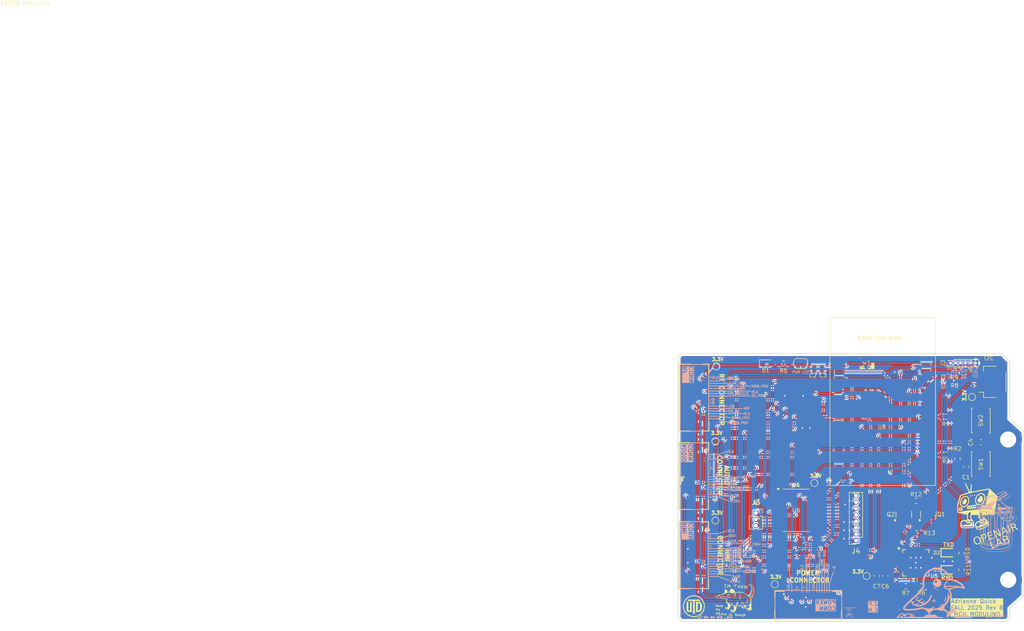
<source format=kicad_pcb>
(kicad_pcb
	(version 20241229)
	(generator "pcbnew")
	(generator_version "9.0")
	(general
		(thickness 1.5422)
		(legacy_teardrops no)
	)
	(paper "A4")
	(layers
		(0 "F.Cu" signal)
		(4 "In1.Cu" power)
		(6 "In2.Cu" power)
		(2 "B.Cu" signal)
		(9 "F.Adhes" user "F.Adhesive")
		(11 "B.Adhes" user "B.Adhesive")
		(13 "F.Paste" user)
		(15 "B.Paste" user)
		(5 "F.SilkS" user "F.Silkscreen")
		(7 "B.SilkS" user "B.Silkscreen")
		(1 "F.Mask" user)
		(3 "B.Mask" user)
		(17 "Dwgs.User" user "User.Drawings")
		(19 "Cmts.User" user "User.Comments")
		(21 "Eco1.User" user "User.Eco1")
		(23 "Eco2.User" user "User.Eco2")
		(25 "Edge.Cuts" user)
		(27 "Margin" user)
		(31 "F.CrtYd" user "F.Courtyard")
		(29 "B.CrtYd" user "B.Courtyard")
		(35 "F.Fab" user "Mechanical 12")
		(33 "B.Fab" user "Top Assembly")
		(39 "User.1" user "Top 3D Body")
		(41 "User.2" user "Top Designator")
		(43 "User.3" user "Route Tool Path")
		(45 "User.4" user "Board")
		(47 "User.5" user "Mechanical 5")
		(49 "User.6" user "Bottom Courtyard")
		(51 "User.7" user "Mechanical 7")
		(53 "User.8" user "Bottom 3D Body")
		(55 "User.9" user "Mechanical 9")
		(57 "User.10" user "Bottom Assembly")
		(59 "User.11" user "Mechanical 11")
		(61 "User.12" user "Mechanical 14")
		(63 "User.13" user "Top Courtyard")
		(65 "User.14" user "Mechanical 16")
	)
	(setup
		(stackup
			(layer "F.SilkS"
				(type "Top Silk Screen")
				(color "White")
				(material "Liquid Photo")
			)
			(layer "F.Paste"
				(type "Top Solder Paste")
			)
			(layer "F.Mask"
				(type "Top Solder Mask")
				(color "Purple")
				(thickness 0.0152)
				(material "SMOBC")
				(epsilon_r 3.9)
				(loss_tangent 0.033)
			)
			(layer "F.Cu"
				(type "copper")
				(thickness 0.0432)
			)
			(layer "dielectric 1"
				(type "prepreg")
				(color "FR4 natural")
				(thickness 0.1999 locked)
				(material "FR408-HR")
				(epsilon_r 3.61)
				(loss_tangent 0.0091)
			)
			(layer "In1.Cu"
				(type "copper")
				(thickness 0.0175)
			)
			(layer "dielectric 2"
				(type "core")
				(color "FR4 natural")
				(thickness 0.9906 locked)
				(material "FR408-HR")
				(epsilon_r 3.87)
				(loss_tangent 0.0091)
			)
			(layer "In2.Cu"
				(type "copper")
				(thickness 0.0175)
			)
			(layer "dielectric 3"
				(type "prepreg")
				(color "FR4 natural")
				(thickness 0.1999 locked)
				(material "FR408-HR")
				(epsilon_r 3.61)
				(loss_tangent 0.0091)
			)
			(layer "B.Cu"
				(type "copper")
				(thickness 0.0432)
			)
			(layer "B.Mask"
				(type "Bottom Solder Mask")
				(color "Purple")
				(thickness 0.0152)
				(material "SMOBC")
				(epsilon_r 3.9)
				(loss_tangent 0.033)
			)
			(layer "B.Paste"
				(type "Bottom Solder Paste")
			)
			(layer "B.SilkS"
				(type "Bottom Silk Screen")
				(color "White")
				(material "Liquid Photo")
			)
			(copper_finish "ENIG")
			(dielectric_constraints yes)
		)
		(pad_to_mask_clearance 0.0762)
		(solder_mask_min_width 0.1016)
		(allow_soldermask_bridges_in_footprints no)
		(tenting front back)
		(aux_axis_origin 127.20111 115.16359)
		(grid_origin 127.20111 115.16359)
		(pcbplotparams
			(layerselection 0x00000000_00000000_55555555_5755f5ff)
			(plot_on_all_layers_selection 0x00000000_00000000_00000000_00000000)
			(disableapertmacros no)
			(usegerberextensions no)
			(usegerberattributes yes)
			(usegerberadvancedattributes yes)
			(creategerberjobfile yes)
			(dashed_line_dash_ratio 12.000000)
			(dashed_line_gap_ratio 3.000000)
			(svgprecision 4)
			(plotframeref no)
			(mode 1)
			(useauxorigin no)
			(hpglpennumber 1)
			(hpglpenspeed 20)
			(hpglpendiameter 15.000000)
			(pdf_front_fp_property_popups yes)
			(pdf_back_fp_property_popups yes)
			(pdf_metadata yes)
			(pdf_single_document no)
			(dxfpolygonmode yes)
			(dxfimperialunits yes)
			(dxfusepcbnewfont yes)
			(psnegative no)
			(psa4output no)
			(plot_black_and_white yes)
			(sketchpadsonfab no)
			(plotpadnumbers no)
			(hidednponfab no)
			(sketchdnponfab yes)
			(crossoutdnponfab yes)
			(subtractmaskfromsilk no)
			(outputformat 1)
			(mirror no)
			(drillshape 1)
			(scaleselection 1)
			(outputdirectory "")
		)
	)
	(net 0 "")
	(net 1 "GND")
	(net 2 "/EN")
	(net 3 "/BCLK")
	(net 4 "/RF_INT")
	(net 5 "/LRCLK")
	(net 6 "/BMS_INT")
	(net 7 "/HMI_INT")
	(net 8 "/SCL")
	(net 9 "/AUDIO_INT")
	(net 10 "/SDA")
	(net 11 "unconnected-(X6-Pad2)")
	(net 12 "unconnected-(X6-Pad6)")
	(net 13 "unconnected-(X7-Pad2)")
	(net 14 "unconnected-(X7-Pad4)")
	(net 15 "unconnected-(X7-Pad5)")
	(net 16 "unconnected-(X7-Pad6)")
	(net 17 "unconnected-(X7-Pad7)")
	(net 18 "unconnected-(X7-Pad8)")
	(net 19 "unconnected-(X7-Pad9)")
	(net 20 "unconnected-(X7-Pad16)")
	(net 21 "unconnected-(U5-DCD-Pad1)")
	(net 22 "unconnected-(U5-RI{slash}CLK-Pad2)")
	(net 23 "unconnected-(U5-NC-Pad10)")
	(net 24 "unconnected-(U5-SUSPEND-Pad12)")
	(net 25 "unconnected-(U5-CHREN-Pad13)")
	(net 26 "unconnected-(U5-CHR1-Pad14)")
	(net 27 "unconnected-(U5-CHR0-Pad15)")
	(net 28 "unconnected-(U5-GPIO.3{slash}WAKEUP-Pad16)")
	(net 29 "unconnected-(U5-GPIO.2{slash}RS485-Pad17)")
	(net 30 "unconnected-(U5-GPIO.6-Pad20)")
	(net 31 "unconnected-(U5-GPIO.5-Pad21)")
	(net 32 "unconnected-(U5-GPIO.4-Pad22)")
	(net 33 "unconnected-(U5-CTS-Pad23)")
	(net 34 "unconnected-(U5-DSR-Pad27)")
	(net 35 "unconnected-(U8-NC-Pad17)")
	(net 36 "unconnected-(U8-NC-Pad18)")
	(net 37 "unconnected-(U8-NC-Pad19)")
	(net 38 "unconnected-(U8-NC-Pad20)")
	(net 39 "unconnected-(U8-NC-Pad21)")
	(net 40 "unconnected-(U8-NC-Pad22)")
	(net 41 "Net-(Q1-B)")
	(net 42 "unconnected-(U8-NC-Pad27)")
	(net 43 "unconnected-(U8-NC-Pad28)")
	(net 44 "unconnected-(U8-NC-Pad32)")
	(net 45 "/HSPI_CS")
	(net 46 "/VSPI_CS")
	(net 47 "unconnected-(X5-Pad4)")
	(net 48 "unconnected-(X5-Pad5)")
	(net 49 "unconnected-(X5-Pad6)")
	(net 50 "unconnected-(X5-Pad8)")
	(net 51 "Net-(Q2-B)")
	(net 52 "/VSPI_MISO")
	(net 53 "/VSPI_SCLK")
	(net 54 "/X_INT")
	(net 55 "/VSPI_GDO2")
	(net 56 "/HSPI_DC")
	(net 57 "/HSPI_SCLK")
	(net 58 "/HSPI_MOSI")
	(net 59 "/VSPI_MOSI")
	(net 60 "/VSPI_GDO0")
	(net 61 "/D-")
	(net 62 "/D+")
	(net 63 "Net-(JP2-A)")
	(net 64 "/DIN")
	(net 65 "/DOUT")
	(net 66 "Net-(D1-A)")
	(net 67 "/IO0")
	(net 68 "Net-(D2-K)")
	(net 69 "Net-(D2-A)")
	(net 70 "Net-(D3-K)")
	(net 71 "Net-(D3-A)")
	(net 72 "/CC1200_RST")
	(net 73 "RXD0")
	(net 74 "RXD")
	(net 75 "Net-(J3-Pin_1)")
	(net 76 "Net-(J4-Pin_1)")
	(net 77 "/RTS")
	(net 78 "/DTR")
	(net 79 "Net-(U5-SUSPENDb)")
	(net 80 "Net-(U5-RSTb)")
	(net 81 "Net-(U8-RXD0)")
	(net 82 "Net-(U8-TXD0)")
	(net 83 "/AMP_SD")
	(net 84 "+3.3V")
	(net 85 "/TFT_RST")
	(net 86 "/CARD_CS")
	(net 87 "/BAT_LOW")
	(net 88 "Net-(J3-Pin_2)")
	(net 89 "Net-(J3-Pin_3)")
	(net 90 "Net-(J4-Pin_8)")
	(net 91 "Net-(J4-Pin_5)")
	(net 92 "Net-(J4-Pin_7)")
	(net 93 "Net-(J4-Pin_3)")
	(net 94 "Net-(J4-Pin_6)")
	(net 95 "Net-(J4-Pin_4)")
	(net 96 "Net-(J4-Pin_2)")
	(footprint "Resistor_SMD:R_0603_1608Metric" (layer "F.Cu") (at 203.2 105.5 180))
	(footprint "TestPoint:TestPoint_Pad_D1.0mm" (layer "F.Cu") (at 208.400882 93.989596))
	(footprint "LOGO" (layer "F.Cu") (at 150.85 110.5 -90))
	(footprint "TestPoint:TestPoint_Pad_D1.0mm" (layer "F.Cu") (at 169.1 131.3))
	(footprint "Capacitor_SMD:C_0603_1608Metric" (layer "F.Cu") (at 176.976 87.6 -90))
	(footprint "TestPoint:TestPoint_Pad_D1.0mm" (layer "F.Cu") (at 176.98511 111.09959))
	(footprint "LOGO"
		(layer "F.Cu")
		(uuid "1c43eb46-1aeb-42f2-ad6c-50abc9b9958f")
		(at 187.45 87.3)
		(property "Reference" "G***"
			(at 0 0 0)
			(layer "F.SilkS")
			(hide yes)
			(uuid "2db9cc8e-0516-4551-8e8b-e081d3ecb011")
			(effects
				(font
					(size 1.5 1.5)
					(thickness 0.3)
				)
			)
		)
		(property "Value" "LOGO"
			(at 0.75 0 0)
			(layer "F.SilkS")
			(hide yes)
			(uuid "2864f0dc-83d5-4026-bb98-6b5dbbb663b6")
			(effects
				(font
					(size 1.5 1.5)
					(thickness 0.3)
				)
			)
		)
		(property "Datasheet" ""
			(at 0 0 0)
			(layer "F.Fab")
			(hide yes)
			(uuid "b759110f-2a45-4c26-b730-e5e1317ba9f1")
			(effects
				(font
					(size 1.27 1.27)
					(thickness 0.15)
				)
			)
		)
		(property "Description" ""
			(at 0 0 0)
			(layer "F.Fab")
			(hide yes)
			(uuid "882f08fd-1f5b-44c8-b81d-632e81f1238b")
			(effects
				(font
					(size 1.27 1.27)
					(thickness 0.15)
				)
			)
		)
		(attr board_only exclude_from_pos_files exclude_from_bom)
		(fp_poly
			(pts
				(xy -1.49853 -1.088272) (xy -1.49928 -1.087522) (xy -1.50003 -1.088272) (xy -1.49928 -1.089022)
			)
			(stroke
				(width 0)
				(type solid)
			)
			(fill yes)
			(layer "F.SilkS")
			(uuid "f7a09b69-7a56-402e-bdc2-9927f960488f")
		)
		(fp_poly
			(pts
				(xy -1.440029 -0.933769) (xy -1.440779 -0.933019) (xy -1.441529 -0.933769) (xy -1.440779 -0.934519)
			)
			(stroke
				(width 0)
				(type solid)
			)
			(fill yes)
			(layer "F.SilkS")
			(uuid "5bf16dae-9fa4-4581-a402-36814e5d4678")
		)
		(fp_poly
			(pts
				(xy -1.426529 -1.076272) (xy -1.427279 -1.075522) (xy -1.428029 -1.076272) (xy -1.427279 -1.077022)
			)
			(stroke
				(width 0)
				(type solid)
			)
			(fill yes)
			(layer "F.SilkS")
			(uuid "0541f85e-e2d1-46b8-abba-51d6db2419a4")
		)
		(fp_poly
			(pts
				(xy -1.414529 -1.077772) (xy -1.415279 -1.077022) (xy -1.416029 -1.077772) (xy -1.415279 -1.078522)
			)
			(stroke
				(width 0)
				(type solid)
			)
			(fill yes)
			(layer "F.SilkS")
			(uuid "2d396819-9596-4b0d-876e-08d6930cec26")
		)
		(fp_poly
			(pts
				(xy -1.408529 -1.088272) (xy -1.409279 -1.087522) (xy -1.410029 -1.088272) (xy -1.409279 -1.089022)
			)
			(stroke
				(width 0)
				(type solid)
			)
			(fill yes)
			(layer "F.SilkS")
			(uuid "0ea52d04-4374-43cf-912e-19fe3b6a4f00")
		)
		(fp_poly
			(pts
				(xy -1.126523 0.218254) (xy -1.127273 0.219004) (xy -1.128023 0.218254) (xy -1.127273 0.217504)
			)
			(stroke
				(width 0)
				(type solid)
			)
			(fill yes)
			(layer "F.SilkS")
			(uuid "f6df51d5-f295-4f3f-8aba-d804665e13d8")
		)
		(fp_poly
			(pts
				(xy -1.104023 0.255755) (xy -1.104773 0.256505) (xy -1.105523 0.255755) (xy -1.104773 0.255005)
			)
			(stroke
				(width 0)
				(type solid)
			)
			(fill yes)
			(layer "F.SilkS")
			(uuid "29ef411e-6a68-4e3b-b097-594b56ced4d4")
		)
		(fp_poly
			(pts
				(xy -0.936019 -0.344257) (xy -0.936769 -0.343507) (xy -0.937519 -0.344257) (xy -0.936769 -0.345007)
			)
			(stroke
				(width 0)
				(type solid)
			)
			(fill yes)
			(layer "F.SilkS")
			(uuid "6dccbe82-48d1-4b45-9db8-abd8e3037318")
		)
		(fp_poly
			(pts
				(xy -0.900019 -0.245255) (xy -0.900769 -0.244505) (xy -0.901519 -0.245255) (xy -0.900769 -0.246005)
			)
			(stroke
				(width 0)
				(type solid)
			)
			(fill yes)
			(layer "F.SilkS")
			(uuid "4fbec9be-57d0-4d0a-8dd9-3ea88271cf70")
		)
		(fp_poly
			(pts
				(xy -0.807017 -0.144753) (xy -0.807767 -0.144003) (xy -0.808517 -0.144753) (xy -0.807767 -0.145503)
			)
			(stroke
				(width 0)
				(type solid)
			)
			(fill yes)
			(layer "F.SilkS")
			(uuid "5c4cae81-e239-43ec-be50-cebda95b09b4")
		)
		(fp_poly
			(pts
				(xy -0.804017 -0.147753) (xy -0.804767 -0.147003) (xy -0.805517 -0.147753) (xy -0.804767 -0.148503)
			)
			(stroke
				(width 0)
				(type solid)
			)
			(fill yes)
			(layer "F.SilkS")
			(uuid "eebd737b-360c-4a3c-9243-6ca6b636dcc1")
		)
		(fp_poly
			(pts
				(xy -0.792017 -0.177754) (xy -0.792767 -0.177004) (xy -0.793517 -0.177754) (xy -0.792767 -0.178504)
			)
			(stroke
				(width 0)
				(type solid)
			)
			(fill yes)
			(layer "F.SilkS")
			(uuid "0af38e68-c5cf-49cd-8914-91ba7c1fef4b")
		)
		(fp_poly
			(pts
				(xy -0.780016 -0.207754) (xy -0.780766 -0.207004) (xy -0.781516 -0.207754) (xy -0.780766 -0.208504)
			)
			(stroke
				(width 0)
				(type solid)
			)
			(fill yes)
			(layer "F.SilkS")
			(uuid "e861dc9b-c62a-4639-a480-8d24609443bb")
		)
		(fp_poly
			(pts
				(xy -0.768016 -0.224255) (xy -0.768766 -0.223505) (xy -0.769516 -0.224255) (xy -0.768766 -0.225005)
			)
			(stroke
				(width 0)
				(type solid)
			)
			(fill yes)
			(layer "F.SilkS")
			(uuid "275ddd04-051f-4bdc-b572-8d7c670f7477")
		)
		(fp_poly
			(pts
				(xy -0.750016 -0.216755) (xy -0.750766 -0.216005) (xy -0.751516 -0.216755) (xy -0.750766 -0.217505)
			)
			(stroke
				(width 0)
				(type solid)
			)
			(fill yes)
			(layer "F.SilkS")
			(uuid "0c071ea5-8675-4d2b-bb80-7fa39f19deac")
		)
		(fp_poly
			(pts
				(xy -0.727515 -0.168754) (xy -0.728265 -0.168004) (xy -0.729015 -0.168754) (xy -0.728265 -0.169504)
			)
			(stroke
				(width 0)
				(type solid)
			)
			(fill yes)
			(layer "F.SilkS")
			(uuid "4a7f17fd-3460-4245-b7e1-e9f606724b32")
		)
		(fp_poly
			(pts
				(xy -0.714015 -0.020251) (xy -0.714765 -0.019501) (xy -0.715515 -0.020251) (xy -0.714765 -0.021001)
			)
			(stroke
				(width 0)
				(type solid)
			)
			(fill yes)
			(layer "F.SilkS")
			(uuid "50f1abeb-ee4d-4113-86b0-b249808e7757")
		)
		(fp_poly
			(pts
				(xy -0.711015 -0.171754) (xy -0.711765 -0.171004) (xy -0.712515 -0.171754) (xy -0.711765 -0.172504)
			)
			(stroke
				(width 0)
				(type solid)
			)
			(fill yes)
			(layer "F.SilkS")
			(uuid "d3c6be00-2b86-4ef1-bc8b-c02fd69f2e85")
		)
		(fp_poly
			(pts
				(xy -0.708015 -0.174754) (xy -0.708765 -0.174004) (xy -0.709515 -0.174754) (xy -0.708765 -0.175504)
			)
			(stroke
				(width 0)
				(type solid)
			)
			(fill yes)
			(layer "F.SilkS")
			(uuid "02f093f1-01fb-4d4c-bdc7-4af132c442dc")
		)
		(fp_poly
			(pts
				(xy -0.696015 -0.110253) (xy -0.696765 -0.109503) (xy -0.697515 -0.110253) (xy -0.696765 -0.111003)
			)
			(stroke
				(width 0)
				(type solid)
			)
			(fill yes)
			(layer "F.SilkS")
			(uuid "da5ac0df-5937-4b78-a525-b2501652160f")
		)
		(fp_poly
			(pts
				(xy -0.694515 0.00375) (xy -0.695265 0.0045) (xy -0.696015 0.00375) (xy -0.695265 0.003)
			)
			(stroke
				(width 0)
				(type solid)
			)
			(fill yes)
			(layer "F.SilkS")
			(uuid "d50c1e7a-dac5-4257-932e-8c56626357dd")
		)
		(fp_poly
			(pts
				(xy -0.687014 -0.128253) (xy -0.687765 -0.127503) (xy -0.688515 -0.128253) (xy -0.687765 -0.129003)
			)
			(stroke
				(width 0)
				(type solid)
			)
			(fill yes)
			(layer "F.SilkS")
			(uuid "07630800-cbe0-47e4-b173-2adbbd96bc4c")
		)
		(fp_poly
			(pts
				(xy -0.684014 -0.111753) (xy -0.684764 -0.111003) (xy -0.685514 -0.111753) (xy -0.684764 -0.112503)
			)
			(stroke
				(width 0)
				(type solid)
			)
			(fill yes)
			(layer "F.SilkS")
			(uuid "d40efd4c-39a4-4678-8ebc-86df9979e3b3")
		)
		(fp_poly
			(pts
				(xy -0.672014 -0.144753) (xy -0.672764 -0.144003) (xy -0.673514 -0.144753) (xy -0.672764 -0.145503)
			)
			(stroke
				(width 0)
				(type solid)
			)
			(fill yes)
			(layer "F.SilkS")
			(uuid "55ea6719-91c1-4179-8ef4-5522f4faf320")
		)
		(fp_poly
			(pts
				(xy -0.663014 -0.033751) (xy -0.663764 -0.033001) (xy -0.664514 -0.033751) (xy -0.663764 -0.034501)
			)
			(stroke
				(width 0)
				(type solid)
			)
			(fill yes)
			(layer "F.SilkS")
			(uuid "58405503-b254-45b9-ad97-d8ef46890f61")
		)
		(fp_poly
			(pts
				(xy -0.660014 -0.117753) (xy -0.660764 -0.117003) (xy -0.661514 -0.117753) (xy -0.660764 -0.118503)
			)
			(stroke
				(width 0)
				(type solid)
			)
			(fill yes)
			(layer "F.SilkS")
			(uuid "ce3cc6a2-0ded-4148-a45c-9edfe574e9fb")
		)
		(fp_poly
			(pts
				(xy -0.658514 0.261755) (xy -0.659264 0.262505) (xy -0.660014 0.261755) (xy -0.659264 0.261005)
			)
			(stroke
				(width 0)
				(type solid)
			)
			(fill yes)
			(layer "F.SilkS")
			(uuid "7164161a-a387-4e19-95e2-3b2ca4cc2a1e")
		)
		(fp_poly
			(pts
				(xy -0.646514 0.068251) (xy -0.647264 0.069001) (xy -0.648014 0.068251) (xy -0.647264 0.067501)
			)
			(stroke
				(width 0)
				(type solid)
			)
			(fill yes)
			(layer "F.SilkS")
			(uuid "123b1dab-5a4c-4acd-8452-5fdc1c6c892a")
		)
		(fp_poly
			(pts
				(xy -0.618013 1.03577) (xy -0.618763 1.03652) (xy -0.619513 1.03577) (xy -0.618763 1.03502)
			)
			(stroke
				(width 0)
				(type solid)
			)
			(fill yes)
			(layer "F.SilkS")
			(uuid "322fed83-d8a8-4dd8-96fb-77862ffb94b3")
		)
		(fp_poly
			(pts
				(xy -0.606013 0.170253) (xy -0.606763 0.171003) (xy -0.607513 0.170253) (xy -0.606763 0.169503)
			)
			(stroke
				(width 0)
				(type solid)
			)
			(fill yes)
			(layer "F.SilkS")
			(uuid "848e8e4a-a27c-4c60-a6d2-8cae64ee376f")
		)
		(fp_poly
			(pts
				(xy -0.600013 -0.075752) (xy -0.600763 -0.075002) (xy -0.601513 -0.075752) (xy -0.600763 -0.076502)
			)
			(stroke
				(width 0)
				(type solid)
			)
			(fill yes)
			(layer "F.SilkS")
			(uuid "199ba9da-7c2e-42c0-806c-86bda4d64f6b")
		)
		(fp_poly
			(pts
				(xy -0.600013 0.191253) (xy -0.600763 0.192003) (xy -0.601513 0.191253) (xy -0.600763 0.190503)
			)
			(stroke
				(width 0)
				(type solid)
			)
			(fill yes)
			(layer "F.SilkS")
			(uuid "f643fc82-e109-4f97-bf5d-a8332a250792")
		)
		(fp_poly
			(pts
				(xy -0.600013 0.354757) (xy -0.600763 0.355507) (xy -0.601513 0.354757) (xy -0.600763 0.354007)
			)
			(stroke
				(width 0)
				(type solid)
			)
			(fill yes)
			(layer "F.SilkS")
			(uuid "6afda78f-8566-4a3d-8d5c-0e6a5ba3554b")
		)
		(fp_poly
			(pts
				(xy -0.600013 0.449258) (xy -0.600763 0.450009) (xy -0.601513 0.449258) (xy -0.600763 0.448508)
			)
			(stroke
				(width 0)
				(type solid)
			)
			(fill yes)
			(layer "F.SilkS")
			(uuid "1fedd841-ec3e-482b-93e7-f24e2072118f")
		)
		(fp_poly
			(pts
				(xy -0.598513 -0.111753) (xy -0.599263 -0.111003) (xy -0.600013 -0.111753) (xy -0.599263 -0.112503)
			)
			(stroke
				(width 0)
				(type solid)
			)
			(fill yes)
			(layer "F.SilkS")
			(uuid "33ca216f-7c15-4c71-9540-01b4330737fe")
		)
		(fp_poly
			(pts
				(xy -0.598513 0.087751) (xy -0.599263 0.088501) (xy -0.600013 0.087751) (xy -0.599263 0.087001)
			)
			(stroke
				(width 0)
				(type solid)
			)
			(fill yes)
			(layer "F.SilkS")
			(uuid "7431dcf9-86a5-4f2e-92f5-03f1175d7a12")
		)
		(fp_poly
			(pts
				(xy -0.591013 -0.50176) (xy -0.591763 -0.50101) (xy -0.592513 -0.50176) (xy -0.591763 -0.50251)
			)
			(stroke
				(width 0)
				(type solid)
			)
			(fill yes)
			(layer "F.SilkS")
			(uuid "94f376b9-54b2-4c5c-9c5c-30db6c1396df")
		)
		(fp_poly
			(pts
				(xy -0.588013 0.375757) (xy -0.588763 0.376507) (xy -0.589513 0.375757) (xy -0.588763 0.375007)
			)
			(stroke
				(width 0)
				(type solid)
			)
			(fill yes)
			(layer "F.SilkS")
			(uuid "f2fea439-4852-43ca-8a32-6f83e059df5c")
		)
		(fp_poly
			(pts
				(xy -0.586513 -0.123753) (xy -0.587263 -0.123003) (xy -0.588013 -0.123753) (xy -0.587263 -0.124503)
			)
			(stroke
				(width 0)
				(type solid)
			)
			(fill yes)
			(layer "F.SilkS")
			(uuid "4423a03a-3a12-4ef7-9df0-a599d5cf3bc4")
		)
		(fp_poly
			(pts
				(xy -0.585012 -0.116253) (xy -0.585763 -0.115503) (xy -0.586513 -0.116253) (xy -0.585763 -0.117003)
			)
			(stroke
				(width 0)
				(type solid)
			)
			(fill yes)
			(layer "F.SilkS")
			(uuid "ec46c45d-37e1-44d9-bbbb-464a1357acb9")
		)
		(fp_poly
			(pts
				(xy -0.579012 -0.357757) (xy -0.579762 -0.357007) (xy -0.580512 -0.357757) (xy -0.579762 -0.358507)
			)
			(stroke
				(width 0)
				(type solid)
			)
			(fill yes)
			(layer "F.SilkS")
			(uuid "9b8e0ad7-1eca-4919-8d84-986cd540a741")
		)
		(fp_poly
			(pts
				(xy -0.576012 0.594761) (xy -0.576762 0.595511) (xy -0.577512 0.594761) (xy -0.576762 0.594011)
			)
			(stroke
				(width 0)
				(type solid)
			)
			(fill yes)
			(layer "F.SilkS")
			(uuid "bdd49c00-178d-414b-9ef2-23f024865a1b")
		)
		(fp_poly
			(pts
				(xy -0.576012 0.603762) (xy -0.576762 0.604512) (xy -0.577512 0.603762) (xy -0.576762 0.603012)
			)
			(stroke
				(width 0)
				(type solid)
			)
			(fill yes)
			(layer "F.SilkS")
			(uuid "36f0ee39-45e2-425f-9963-0d9bbe0d362a")
		)
		(fp_poly
			(pts
				(xy -0.559512 -0.260255) (xy -0.560262 -0.259505) (xy -0.561012 -0.260255) (xy -0.560262 -0.261005)
			)
			(stroke
				(width 0)
				(type solid)
			)
			(fill yes)
			(layer "F.SilkS")
			(uuid "c8a0f39d-d1ae-4ef4-890b-2321a5737716")
		)
		(fp_poly
			(pts
				(xy -0.550512 -0.032251) (xy -0.551262 -0.031501) (xy -0.552012 -0.032251) (xy -0.551262 -0.033001)
			)
			(stroke
				(width 0)
				(type solid)
			)
			(fill yes)
			(layer "F.SilkS")
			(uuid "ecffb6cf-8869-4412-9ccb-988fb352757c")
		)
		(fp_poly
			(pts
				(xy -0.540012 -0.053251) (xy -0.540762 -0.052501) (xy -0.541512 -0.053251) (xy -0.540762 -0.054001)
			)
			(stroke
				(width 0)
				(type solid)
			)
			(fill yes)
			(layer "F.SilkS")
			(uuid "5bf70f93-576f-468a-a221-4cfc9acda9b1")
		)
		(fp_poly
			(pts
				(xy -0.540012 0.222754) (xy -0.540762 0.223504) (xy -0.541512 0.222754) (xy -0.540762 0.222004)
			)
			(stroke
				(width 0)
				(type solid)
			)
			(fill yes)
			(layer "F.SilkS")
			(uuid "5920e15f-5e03-4ff3-bb68-9d3e437ee0db")
		)
		(fp_poly
			(pts
				(xy -0.538512 0.053251) (xy -0.539262 0.054001) (xy -0.540012 0.053251) (xy -0.539262 0.052501)
			)
			(stroke
				(width 0)
				(type solid)
			)
			(fill yes)
			(layer "F.SilkS")
			(uuid "63701667-26f9-4a95-b149-4e4009282f4e")
		)
		(fp_poly
			(pts
				(xy -0.528011 -0.072752) (xy -0.528761 -0.072002) (xy -0.529511 -0.072752) (xy -0.528761 -0.073502)
			)
			(stroke
				(width 0)
				(type solid)
			)
			(fill yes)
			(layer "F.SilkS")
			(uuid "15001043-13d0-449b-82e2-0e609b2001f3")
		)
		(fp_poly
			(pts
				(xy -0.522011 -0.081752) (xy -0.522761 -0.081002) (xy -0.523511 -0.081752) (xy -0.522761 -0.082502)
			)
			(stroke
				(width 0)
				(type solid)
			)
			(fill yes)
			(layer "F.SilkS")
			(uuid "4889723a-edc5-464c-9952-dddb567cf11e")
		)
		(fp_poly
			(pts
				(xy -0.516011 -0.093752) (xy -0.516761 -0.093002) (xy -0.517511 -0.093752) (xy -0.516761 -0.094502)
			)
			(stroke
				(width 0)
				(type solid)
			)
			(fill yes)
			(layer "F.SilkS")
			(uuid "d7cea36b-5a28-4779-9b92-f993cdbf0408")
		)
		(fp_poly
			(pts
				(xy -0.46801 -0.260255) (xy -0.46876 -0.259505) (xy -0.46951 -0.260255) (xy -0.46876 -0.261005)
			)
			(stroke
				(width 0)
				(type solid)
			)
			(fill yes)
			(layer "F.SilkS")
			(uuid "c26f5f71-dca3-43a6-882d-6d6bcce904d3")
		)
		(fp_poly
			(pts
				(xy -0.46801 -0.185254) (xy -0.46876 -0.184504) (xy -0.46951 -0.185254) (xy -0.46876 -0.186004)
			)
			(stroke
				(width 0)
				(type solid)
			)
			(fill yes)
			(layer "F.SilkS")
			(uuid "e3d88ff4-d6e7-4085-8725-991ac9aff382")
		)
		(fp_poly
			(pts
				(xy -0.46801 0.260255) (xy -0.46876 0.261005) (xy -0.46951 0.260255) (xy -0.46876 0.259505)
			)
			(stroke
				(width 0)
				(type solid)
			)
			(fill yes)
			(layer "F.SilkS")
			(uuid "a16d43c6-05da-491a-8963-3212acc3fc58")
		)
		(fp_poly
			(pts
				(xy -0.45601 -0.209254) (xy -0.45676 -0.208504) (xy -0.45751 -0.209254) (xy -0.45676 -0.210004)
			)
			(stroke
				(width 0)
				(type solid)
			)
			(fill yes)
			(layer "F.SilkS")
			(uuid "8927e8bd-a2c2-45eb-aa1b-6109bab277ae")
		)
		(fp_poly
			(pts
				(xy -0.45451 0.189753) (xy -0.45526 0.190503) (xy -0.45601 0.189753) (xy -0.45526 0.189003)
			)
			(stroke
				(width 0)
				(type solid)
			)
			(fill yes)
			(layer "F.SilkS")
			(uuid "64eb32cd-d053-4e8b-b044-d868f2a03e0e")
		)
		(fp_poly
			(pts
				(xy -0.44401 -0.266256) (xy -0.44476 -0.265506) (xy -0.44551 -0.266256) (xy -0.44476 -0.267006)
			)
			(stroke
				(width 0)
				(type solid)
			)
			(fill yes)
			(layer "F.SilkS")
			(uuid "ac105a49-6bb2-468a-9725-f4533afeb2fc")
		)
		(fp_poly
			(pts
				(xy -0.44401 0.176253) (xy -0.44476 0.177003) (xy -0.44551 0.176253) (xy -0.44476 0.175503)
			)
			(stroke
				(width 0)
				(type solid)
			)
			(fill yes)
			(layer "F.SilkS")
			(uuid "e2438cd5-484a-4f80-8867-94b98f90fc54")
		)
		(fp_poly
			(pts
				(xy -0.43501 0.771765) (xy -0.43576 0.772515) (xy -0.43651 0.771765) (xy -0.43576 0.771015)
			)
			(stroke
				(width 0)
				(type solid)
			)
			(fill yes)
			(layer "F.SilkS")
			(uuid "352ad633-fdad-4c56-9d10-8addd7b1f240")
		)
		(fp_poly
			(pts
				(xy -0.432009 0.798765) (xy -0.432759 0.799515) (xy -0.43351 0.798765) (xy -0.432759 0.798015)
			)
			(stroke
				(width 0)
				(type solid)
			)
			(fill yes)
			(layer "F.SilkS")
			(uuid "9910a7e0-7f43-4a9f-8dfc-890dc5dc461f")
		)
		(fp_poly
			(pts
				(xy -0.427509 -0.215255) (xy -0.428259 -0.214505) (xy -0.429009 -0.215255) (xy -0.428259 -0.216005)
			)
			(stroke
				(width 0)
				(type solid)
			)
			(fill yes)
			(layer "F.SilkS")
			(uuid "88e433a0-e4f4-48be-834a-301ba652d1ea")
		)
		(fp_poly
			(pts
				(xy -0.408009 -0.284256) (xy -0.408759 -0.283506) (xy -0.409509 -0.284256) (xy -0.408759 -0.285006)
			)
			(stroke
				(width 0)
				(type solid)
			)
			(fill yes)
			(layer "F.SilkS")
			(uuid "7b714093-31b3-44b2-96ad-0adbda92c4e6")
		)
		(fp_poly
			(pts
				(xy -0.390009 -0.303756) (xy -0.390759 -0.303006) (xy -0.391509 -0.303756) (xy -0.390759 -0.304506)
			)
			(stroke
				(width 0)
				(type solid)
			)
			(fill yes)
			(layer "F.SilkS")
			(uuid "b1936b33-e0c9-402e-90c1-fc9e7e063ec5")
		)
		(fp_poly
			(pts
				(xy -0.384009 -0.320257) (xy -0.384759 -0.319507) (xy -0.385509 -0.320257) (xy -0.384759 -0.321007)
			)
			(stroke
				(width 0)
				(type solid)
			)
			(fill yes)
			(layer "F.SilkS")
			(uuid "67d0efc7-fdcb-46fa-a065-a52433f3fafb")
		)
		(fp_poly
			(pts
				(xy -0.376508 -0.321757) (xy -0.377258 -0.321007) (xy -0.378008 -0.321757) (xy -0.377258 -0.322507)
			)
			(stroke
				(width 0)
				(type solid)
			)
			(fill yes)
			(layer "F.SilkS")
			(uuid "b74e3973-56e7-4cb1-83fc-6fe4c155fb42")
		)
		(fp_poly
			(pts
				(xy -0.351008 -0.309756) (xy -0.351758 -0.309006) (xy -0.352508 -0.309756) (xy -0.351758 -0.310506)
			)
			(stroke
				(width 0)
				(type solid)
			)
			(fill yes)
			(layer "F.SilkS")
			(uuid "030ea4a2-1078-4aaf-822f-dc574d31728b")
		)
		(fp_poly
			(pts
				(xy -0.349508 -0.321757) (xy -0.350258 -0.321007) (xy -0.351008 -0.321757) (xy -0.350258 -0.322507)
			)
			(stroke
				(width 0)
				(type solid)
			)
			(fill yes)
			(layer "F.SilkS")
			(uuid "c9eb84db-de98-4a92-91f8-81d63f6d6f88")
		)
		(fp_poly
			(pts
				(xy -0.343508 -0.314257) (xy -0.344258 -0.313507) (xy -0.345008 -0.314257) (xy -0.344258 -0.315007)
			)
			(stroke
				(width 0)
				(type solid)
			)
			(fill yes)
			(layer "F.SilkS")
			(uuid "1df0b76b-f284-4414-892c-dc0995239761")
		)
		(fp_poly
			(pts
				(xy -0.339008 0.942768) (xy -0.339758 0.943518) (xy -0.340508 0.942768) (xy -0.339758 0.942018)
			)
			(stroke
				(width 0)
				(type solid)
			)
			(fill yes)
			(layer "F.SilkS")
			(uuid "8f75fb01-cfba-4b45-b830-7c53473c0565")
		)
		(fp_poly
			(pts
				(xy -0.336008 0.921768) (xy -0.336758 0.922518) (xy -0.337508 0.921768) (xy -0.336758 0.921018)
			)
			(stroke
				(width 0)
				(type solid)
			)
			(fill yes)
			(layer "F.SilkS")
			(uuid "21801f5d-6ae4-433f-bed4-1141e440fba0")
		)
		(fp_poly
			(pts
				(xy -0.327007 0.123752) (xy -0.327757 0.124502) (xy -0.328507 0.123752) (xy -0.327757 0.123002)
			)
			(stroke
				(width 0)
				(type solid)
			)
			(fill yes)
			(layer "F.SilkS")
			(uuid "9ecdd723-9990-472a-8e14-52a44b2090b9")
		)
		(fp_poly
			(pts
				(xy -0.327007 0.939768) (xy -0.327757 0.940518) (xy -0.328507 0.939768) (xy -0.327757 0.939018)
			)
			(stroke
				(width 0)
				(type solid)
			)
			(fill yes)
			(layer "F.SilkS")
			(uuid "73fb7f23-03d5-4203-b030-e67da66e9adf")
		)
		(fp_poly
			(pts
				(xy -0.324007 -0.332257) (xy -0.324757 -0.331507) (xy -0.325507 -0.332257) (xy -0.324757 -0.333007)
			)
			(stroke
				(width 0)
				(type solid)
			)
			(fill yes)
			(layer "F.SilkS")
			(uuid "b0be61af-f078-481e-b48c-2fdefed63089")
		)
		(fp_poly
			(pts
				(xy -0.250506 -0.164254) (xy -0.251256 -0.163504) (xy -0.252006 -0.164254) (xy -0.251256 -0.165004)
			)
			(stroke
				(width 0)
				(type solid)
			)
			(fill yes)
			(layer "F.SilkS")
			(uuid "a8af491f-b3b7-4b13-ac32-7f40da7718a0")
		)
		(fp_poly
			(pts
				(xy -0.244506 -0.393758) (xy -0.245256 -0.393008) (xy -0.246006 -0.393758) (xy -0.245256 -0.394508)
			)
			(stroke
				(width 0)
				(type solid)
			)
			(fill yes)
			(layer "F.SilkS")
			(uuid "8b449f11-5dd2-46ad-857c-1183801aa6cb")
		)
		(fp_poly
			(pts
				(xy -0.240006 1.106271) (xy -0.240756 1.107021) (xy -0.241506 1.106271) (xy -0.240756 1.105521)
			)
			(stroke
				(width 0)
				(type solid)
			)
			(fill yes)
			(layer "F.SilkS")
			(uuid "a1da9dff-0b70-4b46-8c37-aca0d4e2a3f2")
		)
		(fp_poly
			(pts
				(xy -0.231006 1.110772) (xy -0.231756 1.111522) (xy -0.232506 1.110772) (xy -0.231756 1.110021)
			)
			(stroke
				(width 0)
				(type solid)
			)
			(fill yes)
			(layer "F.SilkS")
			(uuid "229d053e-457a-4d31-835c-c5558accc453")
		)
		(fp_poly
			(pts
				(xy -0.222005 1.124272) (xy -0.222755 1.125022) (xy -0.223505 1.124272) (xy -0.222755 1.123522)
			)
			(stroke
				(width 0)
				(type solid)
			)
			(fill yes)
			(layer "F.SilkS")
			(uuid "9a941987-77be-4261-9a24-76a9a09aead4")
		)
		(fp_poly
			(pts
				(xy -0.162004 -0.404258) (xy -0.162754 -0.403508) (xy -0.163504 -0.404258) (xy -0.162754 -0.405008)
			)
			(stroke
				(width 0)
				(type solid)
			)
			(fill yes)
			(layer "F.SilkS")
			(uuid "eb913aff-229b-4ed5-b520-1e786c48eed6")
		)
		(fp_poly
			(pts
				(xy -0.141004 -0.429759) (xy -0.141754 -0.429009) (xy -0.142504 -0.429759) (xy -0.141754 -0.430509)
			)
			(stroke
				(width 0)
				(type solid)
			)
			(fill yes)
			(layer "F.SilkS")
			(uuid "1cd87159-e08e-430e-82d0-f905f5e507c6")
		)
		(fp_poly
			(pts
				(xy -0.138004 -0.225755) (xy -0.138754 -0.225005) (xy -0.139504 -0.225755) (xy -0.138754 -0.226505)
			)
			(stroke
				(width 0)
				(type solid)
			)
			(fill yes)
			(layer "F.SilkS")
			(uuid "052b4ee3-33b5-4ecc-902c-c054dcf42590")
		)
		(fp_poly
			(pts
				(xy -0.124503 -0.411758) (xy -0.125253 -0.411008) (xy -0.126003 -0.411758) (xy -0.125253 -0.412508)
			)
			(stroke
				(width 0)
				(type solid)
			)
			(fill yes)
			(layer "F.SilkS")
			(uuid "5816b44e-d3f6-496f-97d0-b339f2a423bb")
		)
		(fp_poly
			(pts
				(xy -0.112503 -0.384758) (xy -0.113253 -0.384008) (xy -0.114003 -0.384758) (xy -0.113253 -0.385508)
			)
			(stroke
				(width 0)
				(type solid)
			)
			(fill yes)
			(layer "F.SilkS")
			(uuid "069e8dae-2ce5-40a8-a2b8-c9bd2e06aa13")
		)
		(fp_poly
			(pts
				(xy -0.112503 -0.320257) (xy -0.113253 -0.319507) (xy -0.114003 -0.320257) (xy -0.113253 -0.321007)
			)
			(stroke
				(width 0)
				(type solid)
			)
			(fill yes)
			(layer "F.SilkS")
			(uuid "2b485742-a6c3-4772-94ee-2856b0dd6b98")
		)
		(fp_poly
			(pts
				(xy -0.096003 -0.332257) (xy -0.096753 -0.331507) (xy -0.097503 -0.332257) (xy -0.096753 -0.333007)
			)
			(stroke
				(width 0)
				(type solid)
			)
			(fill yes)
			(layer "F.SilkS")
			(uuid "61271daa-bb6d-4389-8642-f444d521c049")
		)
		(fp_poly
			(pts
				(xy -0.070502 -0.261756) (xy -0.071252 -0.261005) (xy -0.072002 -0.261756) (xy -0.071252 -0.262506)
			)
			(stroke
				(width 0)
				(type solid)
			)
			(fill yes)
			(layer "F.SilkS")
			(uuid "89e7966a-7415-4f2b-b679-3a6cb431715f")
		)
		(fp_poly
			(pts
				(xy -0.066002 -0.261756) (xy -0.066752 -0.261005) (xy -0.067502 -0.261756) (xy -0.066752 -0.262506)
			)
			(stroke
				(width 0)
				(type solid)
			)
			(fill yes)
			(layer "F.SilkS")
			(uuid "527d3a4c-8f9c-4634-8729-bbbc23377ffa")
		)
		(fp_poly
			(pts
				(xy -0.042002 -0.405758) (xy -0.042752 -0.405008) (xy -0.043502 -0.405758) (xy -0.042752 -0.406508)
			)
			(stroke
				(width 0)
				(type solid)
			)
			(fill yes)
			(layer "F.SilkS")
			(uuid "03f04491-de6f-4490-b389-fca7f91a37f2")
		)
		(fp_poly
			(pts
				(xy 0.0615 0.950268) (xy 0.06075 0.951018) (xy 0.06 0.950268) (xy 0.06075 0.949518)
			)
			(stroke
				(width 0)
				(type solid)
			)
			(fill yes)
			(layer "F.SilkS")
			(uuid "2c5065ae-00c0-4576-b24b-b405518360eb")
		)
		(fp_poly
			(pts
				(xy 0.0735 -0.453759) (xy 0.07275 -0.453009) (xy 0.072 -0.453759) (xy 0.07275 -0.454509)
			)
			(stroke
				(width 0)
				(type solid)
			)
			(fill yes)
			(layer "F.SilkS")
			(uuid "0a0e7e03-12c4-4a5b-b091-7e60e2ab84ef")
		)
		(fp_poly
			(pts
				(xy 0.076501 -0.48976) (xy 0.075751 -0.48901) (xy 0.075001 -0.48976) (xy 0.075751 -0.49051)
			)
			(stroke
				(width 0)
				(type solid)
			)
			(fill yes)
			(layer "F.SilkS")
			(uuid "8b3fd5ca-b9ab-40d3-a527-8bd99f7c810d")
		)
		(fp_poly
			(pts
				(xy 0.103501 0.974269) (xy 0.102751 0.975019) (xy 0.102001 0.974269) (xy 0.102751 0.973519)
			)
			(stroke
				(width 0)
				(type solid)
			)
			(fill yes)
			(layer "F.SilkS")
			(uuid "b123596e-a77b-4e8f-bc0e-f18dda68a70b")
		)
		(fp_poly
			(pts
				(xy 0.120001 -0.452259) (xy 0.119251 -0.451509) (xy 0.118501 -0.452259) (xy 0.119251 -0.453009)
			)
			(stroke
				(width 0)
				(type solid)
			)
			(fill yes)
			(layer "F.SilkS")
			(uuid "0980db5c-5e01-486a-8a89-850dcf09fb1b")
		)
		(fp_poly
			(pts
				(xy 0.127502 0.674263) (xy 0.126752 0.675013) (xy 0.126002 0.674263) (xy 0.126752 0.673513)
			)
			(stroke
				(width 0)
				(type solid)
			)
			(fill yes)
			(layer "F.SilkS")
			(uuid "40221513-5088-4483-910d-1ebf6167635a")
		)
		(fp_poly
			(pts
				(xy 0.132002 0.207754) (xy 0.131252 0.208504) (xy 0.130502 0.207754) (xy 0.131252 0.207004)
			)
			(stroke
				(width 0)
				(type solid)
			)
			(fill yes)
			(layer "F.SilkS")
			(uuid "71b44288-2ea2-41ad-8baf-f376e82eba84")
		)
		(fp_poly
			(pts
				(xy 0.156002 -0.368258) (xy 0.155252 -0.367508) (xy 0.154502 -0.368258) (xy 0.155252 -0.369008)
			)
			(stroke
				(width 0)
				(type solid)
			)
			(fill yes)
			(layer "F.SilkS")
			(uuid "0cbcf383-ab7e-4c2b-963c-3ae8ae81631c")
		)
		(fp_poly
			(pts
				(xy 0.177003 -0.368258) (xy 0.176252 -0.367508) (xy 0.175502 -0.368258) (xy 0.176252 -0.369008)
			)
			(stroke
				(width 0)
				(type solid)
			)
			(fill yes)
			(layer "F.SilkS")
			(uuid "9ad822fe-8077-4efc-a59d-09d8fc104035")
		)
		(fp_poly
			(pts
				(xy 0.204003 0.926268) (xy 0.203253 0.927018) (xy 0.202503 0.926268) (xy 0.203253 0.925518)
			)
			(stroke
				(width 0)
				(type solid)
			)
			(fill yes)
			(layer "F.SilkS")
			(uuid "6a361a4c-8088-47aa-b75c-059c67c9c185")
		)
		(fp_poly
			(pts
				(xy 0.213003 -0.524261) (xy 0.212253 -0.523511) (xy 0.211503 -0.524261) (xy 0.212253 -0.525011)
			)
			(stroke
				(width 0)
				(type solid)
			)
			(fill yes)
			(layer "F.SilkS")
			(uuid "d4031bd6-a101-4208-b705-876e4e1f6623")
		)
		(fp_poly
			(pts
				(xy 0.217503 -0.537761) (xy 0.216753 -0.537011) (xy 0.216003 -0.537761) (xy 0.216753 -0.538511)
			)
			(stroke
				(width 0)
				(type solid)
			)
			(fill yes)
			(layer "F.SilkS")
			(uuid "60d01bea-99f2-4418-a873-6d87abfe2dc3")
		)
		(fp_poly
			(pts
				(xy 0.226503 -0.381758) (xy 0.225753 -0.381008) (xy 0.225003 -0.381758) (xy 0.225753 -0.382508)
			)
			(stroke
				(width 0)
				(type solid)
			)
			(fill yes)
			(layer "F.SilkS")
			(uuid "9d85fd04-e825-4df6-ad6a-ea18310da641")
		)
		(fp_poly
			(pts
				(xy 0.228004 1.119772) (xy 0.227254 1.120522) (xy 0.226503 1.119772) (xy 0.227254 1.119022)
			)
			(stroke
				(width 0)
				(type solid)
			)
			(fill yes)
			(layer "F.SilkS")
			(uuid "85100475-d5ae-4f2b-9d8c-f2a9c7b5f4b3")
		)
		(fp_poly
			(pts
				(xy 0.229504 -0.576762) (xy 0.228754 -0.576012) (xy 0.228004 -0.576762) (xy 0.228754 -0.577512)
			)
			(stroke
				(width 0)
				(type solid)
			)
			(fill yes)
			(layer "F.SilkS")
			(uuid "9e6d500b-82ad-45e1-9e07-9fc446b6c4ad")
		)
		(fp_poly
			(pts
				(xy 0.273004 -0.47626) (xy 0.272254 -0.47551) (xy 0.271504 -0.47626) (xy 0.272254 -0.47701)
			)
			(stroke
				(width 0)
				(type solid)
			)
			(fill yes)
			(layer "F.SilkS")
			(uuid "5f668ed9-c72e-4bbd-8819-33eba3d475be")
		)
		(fp_poly
			(pts
				(xy 0.276004 -0.452259) (xy 0.275254 -0.451509) (xy 0.274504 -0.452259) (xy 0.275254 -0.453009)
			)
			(stroke
				(width 0)
				(type solid)
			)
			(fill yes)
			(layer "F.SilkS")
			(uuid "0740f94a-c3b3-4d16-b028-f26b18def9ee")
		)
		(fp_poly
			(pts
				(xy 0.285005 -0.351757) (xy 0.284255 -0.351007) (xy 0.283505 -0.351757) (xy 0.284255 -0.352507)
			)
			(stroke
				(width 0)
				(type solid)
			)
			(fill yes)
			(layer "F.SilkS")
			(uuid "a42a105e-fbe8-4875-a498-692e9b4bd487")
		)
		(fp_poly
			(pts
				(xy 0.289505 -0.452259) (xy 0.288755 -0.451509) (xy 0.288005 -0.452259) (xy 0.288755 -0.453009)
			)
			(stroke
				(width 0)
				(type solid)
			)
			(fill yes)
			(layer "F.SilkS")
			(uuid "457b7eaa-649a-423c-8040-f108a9b27ef1")
		)
		(fp_poly
			(pts
				(xy 0.294005 -0.545261) (xy 0.293255 -0.544511) (xy 0.292505 -0.545261) (xy 0.293255 -0.546011)
			)
			(stroke
				(width 0)
				(type solid)
			)
			(fill yes)
			(layer "F.SilkS")
			(uuid "e8a5d213-71e1-4e0e-be04-18a72d72e335")
		)
		(fp_poly
			(pts
				(xy 0.295505 -0.51226) (xy 0.294755 -0.51151) (xy 0.294005 -0.51226) (xy 0.294755 -0.51301)
			)
			(stroke
				(width 0)
				(type solid)
			)
			(fill yes)
			(layer "F.SilkS")
			(uuid "0ba4a811-225f-487a-98cb-237dfef68bfc")
		)
		(fp_poly
			(pts
				(xy 0.316505 -0.405758) (xy 0.315755 -0.405008) (xy 0.315005 -0.405758) (xy 0.315755 -0.406508)
			)
			(stroke
				(width 0)
				(type solid)
			)
			(fill yes)
			(layer "F.SilkS")
			(uuid "998bdee5-9e14-421f-9fad-c4434e4d09fd")
		)
		(fp_poly
			(pts
				(xy 0.325505 -0.524261) (xy 0.324755 -0.523511) (xy 0.324005 -0.524261) (xy 0.324755 -0.525011)
			)
			(stroke
				(width 0)
				(type solid)
			)
			(fill yes)
			(layer "F.SilkS")
			(uuid "23b069c3-8549-41b2-8d5f-22f6fa211fa0")
		)
		(fp_poly
			(pts
				(xy 0.325505 -0.444759) (xy 0.324755 -0.444009) (xy 0.324005 -0.444759) (xy 0.324755 -0.445509)
			)
			(stroke
				(width 0)
				(type solid)
			)
			(fill yes)
			(layer "F.SilkS")
			(uuid "98e7ba35-01aa-476c-acfa-217fb74d8ad4")
		)
		(fp_poly
			(pts
				(xy 0.325505 0.939768) (xy 0.324755 0.940518) (xy 0.324005 0.939768) (xy 0.324755 0.939018)
			)
			(stroke
				(width 0)
				(type solid)
			)
			(fill yes)
			(layer "F.SilkS")
			(uuid "2f0cd482-252a-43fb-bf47-7fb2a96f3366")
		)
		(fp_poly
			(pts
				(xy 0.360006 -0.528761) (xy 0.359256 -0.528011) (xy 0.358506 -0.528761) (xy 0.359256 -0.529511)
			)
			(stroke
				(width 0)
				(type solid)
			)
			(fill yes)
			(layer "F.SilkS")
			(uuid "3bc764a6-aef2-4361-b60d-f88a43b23a5f")
		)
		(fp_poly
			(pts
				(xy 0.360006 -0.414759) (xy 0.359256 -0.414009) (xy 0.358506 -0.414759) (xy 0.359256 -0.415509)
			)
			(stroke
				(width 0)
				(type solid)
			)
			(fill yes)
			(layer "F.SilkS")
			(uuid "5f44c504-655a-4f59-9ce5-5d056e49e68b")
		)
		(fp_poly
			(pts
				(xy 0.361506 0.939768) (xy 0.360756 0.940518) (xy 0.360006 0.939768) (xy 0.360756 0.939018)
			)
			(stroke
				(width 0)
				(type solid)
			)
			(fill yes)
			(layer "F.SilkS")
			(uuid "00732a92-259b-4da8-be2d-da3820c491a0")
		)
		(fp_poly
			(pts
				(xy 0.361506 0.950268) (xy 0.360756 0.951018) (xy 0.360006 0.950268) (xy 0.360756 0.949518)
			)
			(stroke
				(width 0)
				(type solid)
			)
			(fill yes)
			(layer "F.SilkS")
			(uuid "8fc74610-cc95-4fc4-8577-1d27eddc8cae")
		)
		(fp_poly
			(pts
				(xy 0.394507 -0.417759) (xy 0.393757 -0.417009) (xy 0.393007 -0.417759) (xy 0.393757 -0.418509)
			)
			(stroke
				(width 0)
				(type solid)
			)
			(fill yes)
			(layer "F.SilkS")
			(uuid "7a2ab3fe-7ce5-44fc-b488-88bffb0750b4")
		)
		(fp_poly
			(pts
				(xy 0.450008 -0.840767) (xy 0.449258 -0.840017) (xy 0.448508 -0.840767) (xy 0.449258 -0.841517)
			)
			(stroke
				(width 0)
				(type solid)
			)
			(fill yes)
			(layer "F.SilkS")
			(uuid "ed857dc9-a9da-4e0d-a11c-8b8549d75646")
		)
		(fp_poly
			(pts
				(xy 0.453008 -0.836267) (xy 0.452258 -0.835517) (xy 0.451508 -0.836267) (xy 0.452258 -0.837017)
			)
			(stroke
				(width 0)
				(type solid)
			)
			(fill yes)
			(layer "F.SilkS")
			(uuid "461f01b7-e05d-4ef9-9da2-94bb9e7e4181")
		)
		(fp_poly
			(pts
				(xy 0.453008 -0.321757) (xy 0.452258 -0.321007) (xy 0.451508 -0.321757) (xy 0.452258 -0.322507)
			)
			(stroke
				(width 0)
				(type solid)
			)
			(fill yes)
			(layer "F.SilkS")
			(uuid "654e3ce3-9cf1-4479-9ffb-e6293abbc63f")
		)
		(fp_poly
			(pts
				(xy 0.456008 -0.320257) (xy 0.455258 -0.319507) (xy 0.454508 -0.320257) (xy 0.455258 -0.321007)
			)
			(stroke
				(width 0)
				(type solid)
			)
			(fill yes)
			(layer "F.SilkS")
			(uuid "552c6510-ce5b-4441-ba28-83f8e131bac1")
		)
		(fp_poly
			(pts
				(xy 0.459008 -0.138753) (xy 0.458258 -0.138003) (xy 0.457508 -0.138753) (xy 0.458258 -0.139503)
			)
			(stroke
				(width 0)
				(type solid)
			)
			(fill yes)
			(layer "F.SilkS")
			(uuid "9612a0fe-fd5a-4cb6-a348-22fec891a726")
		)
		(fp_poly
			(pts
				(xy 0.462008 -0.152253) (xy 0.461258 -0.151503) (xy 0.460508 -0.152253) (xy 0.461258 -0.153003)
			)
			(stroke
				(width 0)
				(type solid)
			)
			(fill yes)
			(layer "F.SilkS")
			(uuid "b2d5db93-24a1-46a3-b112-1a8da2cd8b33")
		)
		(fp_poly
			(pts
				(xy 0.492009 0.00375) (xy 0.491259 0.0045) (xy 0.490509 0.00375) (xy 0.491259 0.003)
			)
			(stroke
				(width 0)
				(type solid)
			)
			(fill yes)
			(layer "F.SilkS")
			(uuid "7c979314-26f4-4649-8869-7d40a10f04f6")
		)
		(fp_poly
			(pts
				(xy 0.528009 -0.260255) (xy 0.527259 -0.259505) (xy 0.526509 -0.260255) (xy 0.527259 -0.261005)
			)
			(stroke
				(width 0)
				(type solid)
			)
			(fill yes)
			(layer "F.SilkS")
			(uuid "7e471c1a-19b5-4caf-bf97-8fd71bd4d07a")
		)
		(fp_poly
			(pts
				(xy 0.529509 0.603762) (xy 0.528759 0.604512) (xy 0.528009 0.603762) (xy 0.528759 0.603012)
			)
			(stroke
				(width 0)
				(type solid)
			)
			(fill yes)
			(layer "F.SilkS")
			(uuid "8f1ffbc6-f4d4-47a0-bb23-080aff87215b")
		)
		(fp_poly
			(pts
				(xy 0.55351 0.830266) (xy 0.55276 0.831016) (xy 0.55201 0.830266) (xy 0.55276 0.829516)
			)
			(stroke
				(width 0)
				(type solid)
			)
			(fill yes)
			(layer "F.SilkS")
			(uuid "f0fb39d6-1ded-4b53-aab9-7dd938061c67")
		)
		(fp_poly
			(pts
				(xy 0.589511 0.807766) (xy 0.588761 0.808516) (xy 0.588011 0.807766) (xy 0.588761 0.807016)
			)
			(stroke
				(width 0)
				(type solid)
			)
			(fill yes)
			(layer "F.SilkS")
			(uuid "674607d9-fa89-41a7-93c2-1cf522255bd7")
		)
		(fp_poly
			(pts
				(xy 0.637512 -0.216755) (xy 0.636762 -0.216005) (xy 0.636012 -0.216755) (xy 0.636762 -0.217505)
			)
			(stroke
				(width 0)
				(type solid)
			)
			(fill yes)
			(layer "F.SilkS")
			(uuid "2060b32c-4c3a-4fb8-9fbd-c30565b08426")
		)
		(fp_poly
			(pts
				(xy 0.721513 0.059251) (xy 0.720763 0.060001) (xy 0.720013 0.059251) (xy 0.720763 0.058501)
			)
			(stroke
				(width 0)
				(type solid)
			)
			(fill yes)
			(layer "F.SilkS")
			(uuid "97b606d6-aaec-456c-b651-589c718478cf")
		)
		(fp_poly
			(pts
				(xy 0.763514 1.124272) (xy 0.762764 1.125022) (xy 0.762014 1.124272) (xy 0.762764 1.123522)
			)
			(stroke
				(width 0)
				(type solid)
			)
			(fill yes)
			(layer "F.SilkS")
			(uuid "a45fa0a0-6bf6-409a-a95c-0a0f646d9d7b")
		)
		(fp_poly
			(pts
				(xy 0.768014 0.477759) (xy 0.767264 0.478509) (xy 0.766514 0.477759) (xy 0.767264 0.477009)
			)
			(stroke
				(width 0)
				(type solid)
			)
			(fill yes)
			(layer "F.SilkS")
			(uuid "45989210-1623-4859-a64a-6c5ee0a13909")
		)
		(fp_poly
			(pts
				(xy 0.769514 0.686263) (xy 0.768764 0.687013) (xy 0.768014 0.686263) (xy 0.768764 0.685513)
			)
			(stroke
				(width 0)
				(type solid)
			)
			(fill yes)
			(layer "F.SilkS")
			(uuid "a74b1985-e806-42db-b5b4-6d292ca8196a")
		)
		(fp_poly
			(pts
				(xy 0.816015 0.675763) (xy 0.815265 0.676513) (xy 0.814515 0.675763) (xy 0.815265 0.675013)
			)
			(stroke
				(width 0)
				(type solid)
			)
			(fill yes)
			(layer "F.SilkS")
			(uuid "a2378d8b-701c-44cb-bfb4-1f49122ca3d7")
		)
		(fp_poly
			(pts
				(xy 0.823515 0.818266) (xy 0.822765 0.819016) (xy 0.822015 0.818266) (xy 0.822765 0.817516)
			)
			(stroke
				(width 0)
				(type solid)
			)
			(fill yes)
			(layer "F.SilkS")
			(uuid "cad0cb36-1be0-496d-bcb0-52ce212fd5e2")
		)
		(fp_poly
			(pts
				(xy 0.825015 0.915768) (xy 0.824265 0.916518) (xy 0.823515 0.915768) (xy 0.824265 0.915018)
			)
			(stroke
				(width 0)
				(type solid)
			)
			(fill yes)
			(layer "F.SilkS")
			(uuid "e1a0137c-b54b-4058-9a6a-a06bba6692be")
		)
		(fp_poly
			(pts
				(xy 0.832515 0.831766) (xy 0.831765 0.832516) (xy 0.831015 0.831766) (xy 0.831765 0.831016)
			)
			(stroke
				(width 0)
				(type solid)
			)
			(fill yes)
			(layer "F.SilkS")
			(uuid "ac77dd7a-5737-4890-b42b-fc4075a88c9f")
		)
		(fp_poly
			(pts
				(xy 0.841516 0.891767) (xy 0.840766 0.892517) (xy 0.840016 0.891767) (xy 0.840766 0.891017)
			)
			(stroke
				(width 0)
				(type solid)
			)
			(fill yes)
			(layer "F.SilkS")
			(uuid "e595f80b-2e99-4282-84f7-1a4ca77e5217")
		)
		(fp_poly
			(pts
				(xy 0.853516 0.995269) (xy 0.852766 0.996019) (xy 0.852016 0.995269) (xy 0.852766 0.994519)
			)
			(stroke
				(width 0)
				(type solid)
			)
			(fill yes)
			(layer "F.SilkS")
			(uuid "10cfa022-33d6-4939-8f80-320a7022f8f1")
		)
		(fp_poly
			(pts
				(xy 0.865516 1.119772) (xy 0.864766 1.120522) (xy 0.864016 1.119772) (xy 0.864766 1.119022)
			)
			(stroke
				(width 0)
				(type solid)
			)
			(fill yes)
			(layer "F.SilkS")
			(uuid "46cac740-66ca-46ca-913f-bbe71fa408ab")
		)
		(fp_poly
			(pts
				(xy 0.925517 0.428258) (xy 0.924767 0.429008) (xy 0.924017 0.428258) (xy 0.924767 0.427508)
			)
			(stroke
				(width 0)
				(type solid)
			)
			(fill yes)
			(layer "F.SilkS")
			(uuid "24b108e2-e408-4f4a-9304-c5af3a8072fc")
		)
		(fp_poly
			(pts
				(xy 1.116021 0.074251) (xy 1.115271 0.075001) (xy 1.114521 0.074251) (xy 1.115271 0.073501)
			)
			(stroke
				(width 0)
				(type solid)
			)
			(fill yes)
			(layer "F.SilkS")
			(uuid "b794f1c7-37c9-41f8-90a3-5dc6d09d40ae")
		)
		(fp_poly
			(pts
				(xy -1.433029 -0.968519) (xy -1.43285 -0.966739) (xy -1.433029 -0.966519) (xy -1.433921 -0.966725)
				(xy -1.434029 -0.967519) (xy -1.43348 -0.968754)
			)
			(stroke
				(width 0)
				(type solid)
			)
			(fill yes)
			(layer "F.SilkS")
			(uuid "d212ba96-1220-4806-be1f-ee8e69012ebf")
		)
		(fp_poly
			(pts
				(xy -1.107523 0.254005) (xy -1.107729 0.254896) (xy -1.108523 0.255005) (xy -1.109757 0.254456)
				(xy -1.109523 0.254005) (xy -1.107743 0.253825)
			)
			(stroke
				(width 0)
				(type solid)
			)
			(fill yes)
			(layer "F.SilkS")
			(uuid "47409dd7-622c-45d9-b746-ce85d86a2e7a")
		)
		(fp_poly
			(pts
				(xy -0.759516 -0.212505) (xy -0.759722 -0.211613) (xy -0.760516 -0.211505) (xy -0.761751 -0.212053)
				(xy -0.761516 -0.212505) (xy -0.759736 -0.212684)
			)
			(stroke
				(width 0)
				(type solid)
			)
			(fill yes)
			(layer "F.SilkS")
			(uuid "6c3b22b8-2a77-4c7b-9f8e-14398a07bb3f")
		)
		(fp_poly
			(pts
				(xy -0.741422 -0.18991) (xy -0.741869 -0.189229) (xy -0.743391 -0.189122) (xy -0.744991 -0.189489)
				(xy -0.744297 -0.190029) (xy -0.741953 -0.190208)
			)
			(stroke
				(width 0)
				(type solid)
			)
			(fill yes)
			(layer "F.SilkS")
			(uuid "6795e6da-fe96-4a8c-820b-7d27d471441a")
		)
		(fp_poly
			(pts
				(xy -0.732422 -0.068408) (xy -0.732869 -0.067726) (xy -0.73439 -0.06762) (xy -0.735991 -0.067986)
				(xy -0.735297 -0.068526) (xy -0.732952 -0.068705)
			)
			(stroke
				(width 0)
				(type solid)
			)
			(fill yes)
			(layer "F.SilkS")
			(uuid "91797170-f933-44bd-9efe-2c9fe44a6d57")
		)
		(fp_poly
			(pts
				(xy -0.726515 -0.185504) (xy -0.726721 -0.184612) (xy -0.727515 -0.184504) (xy -0.72875 -0.185053)
				(xy -0.728515 -0.185504) (xy -0.726735 -0.185684)
			)
			(stroke
				(width 0)
				(type solid)
			)
			(fill yes)
			(layer "F.SilkS")
			(uuid "c55f1dbe-eb03-4752-a286-213a2942fea2")
		)
		(fp_poly
			(pts
				(xy -0.723421 -0.236411) (xy -0.723869 -0.235729) (xy -0.72539 -0.235623) (xy -0.726991 -0.23599)
				(xy -0.726297 -0.23653) (xy -0.723952 -0.236709)
			)
			(stroke
				(width 0)
				(type solid)
			)
			(fill yes)
			(layer "F.SilkS")
			(uuid "1e72314b-4a23-4f9d-97df-99ff5e504fe7")
		)
		(fp_poly
			(pts
				(xy -0.720515 -0.188504) (xy -0.720721 -0.187612) (xy -0.721515 -0.187504) (xy -0.72275 -0.188053)
				(xy -0.722515 -0.188504) (xy -0.720735 -0.188684)
			)
			(stroke
				(width 0)
				(type solid)
			)
			(fill yes)
			(layer "F.SilkS")
			(uuid "45493d44-e581-4c06-acf5-bf0bcd5d5898")
		)
		(fp_poly
			(pts
				(xy -0.714515 -0.170504) (xy -0.714721 -0.169612) (xy -0.715515 -0.169504) (xy -0.71675 -0.170053)
				(xy -0.716515 -0.170504) (xy -0.714735 -0.170683)
			)
			(stroke
				(width 0)
				(type solid)
			)
			(fill yes)
			(layer "F.SilkS")
			(uuid "fb7c7b27-6ad4-4bbe-8b7d-6e2cc456175b")
		)
		(fp_poly
			(pts
				(xy -0.711421 -0.200411) (xy -0.711869 -0.199729) (xy -0.71339 -0.199623) (xy -0.714991 -0.199989)
				(xy -0.714296 -0.200529) (xy -0.711952 -0.200708)
			)
			(stroke
				(width 0)
				(type solid)
			)
			(fill yes)
			(layer "F.SilkS")
			(uuid "05213398-bd4c-4869-9690-12171e902d4e")
		)
		(fp_poly
			(pts
				(xy -0.705421 -0.201911) (xy -0.705868 -0.201229) (xy -0.70739 -0.201123) (xy -0.70899 -0.201489)
				(xy -0.708296 -0.202029) (xy -0.705952 -0.202208)
			)
			(stroke
				(width 0)
				(type solid)
			)
			(fill yes)
			(layer "F.SilkS")
			(uuid "9351e2f7-2192-4548-a038-136b33c579d6")
		)
		(fp_poly
			(pts
				(xy -0.702515 -0.217005) (xy -0.702721 -0.216113) (xy -0.703515 -0.216005) (xy -0.70475 -0.216553)
				(xy -0.704515 -0.217005) (xy -0.702735 -0.217184)
			)
			(stroke
				(width 0)
				(type solid)
			)
			(fill yes)
			(layer "F.SilkS")
			(uuid "4154ea3b-9d68-4a17-bc5f-db6c025587cc")
		)
		(fp_poly
			(pts
				(xy -0.702515 -0.154003) (xy -0.702721 -0.153112) (xy -0.703515 -0.153003) (xy -0.70475 -0.153552)
				(xy -0.704515 -0.154003) (xy -0.702735 -0.154183)
			)
			(stroke
				(width 0)
				(type solid)
			)
			(fill yes)
			(layer "F.SilkS")
			(uuid "265532d6-a825-416f-99c3-82f09348cd5e")
		)
		(fp_poly
			(pts
				(xy -0.688921 0.002093) (xy -0.689368 0.002775) (xy -0.69089 0.002881) (xy -0.69249 0.002515) (xy -0.691796 0.001975)
				(xy -0.689451 0.001796)
			)
			(stroke
				(width 0)
				(type solid)
			)
			(fill yes)
			(layer "F.SilkS")
			(uuid "b5549ec7-660c-498c-a52f-68883a339d30")
		)
		(fp_poly
			(pts
				(xy -0.677014 -0.154003) (xy -0.67722 -0.153112) (xy -0.678014 -0.153003) (xy -0.679249 -0.153552)
				(xy -0.679014 -0.154003) (xy -0.677234 -0.154183)
			)
			(stroke
				(width 0)
				(type solid)
			)
			(fill yes)
			(layer "F.SilkS")
			(uuid "857d853e-2eed-4aaf-b305-09111ddb5897")
		)
		(fp_poly
			(pts
				(xy -0.676921 0.050094) (xy -0.677368 0.050776) (xy -0.678889 0.050882) (xy -0.68049 0.050516) (xy -0.679796 0.049976)
				(xy -0.677451 0.049797)
			)
			(stroke
				(width 0)
				(type solid)
			)
			(fill yes)
			(layer "F.SilkS")
			(uuid "4c4ea436-aff3-4a5c-bb8d-c8898a3cd09e")
		)
		(fp_poly
			(pts
				(xy -0.669514 0.114502) (xy -0.66972 0.115394) (xy -0.670514 0.115502) (xy -0.671749 0.114953) (xy -0.671514 0.114502)
				(xy -0.669734 0.114322)
			)
			(stroke
				(width 0)
				(type solid)
			)
			(fill yes)
			(layer "F.SilkS")
			(uuid "1e78b3bf-05d0-4eaa-a131-38bd583950aa")
		)
		(fp_poly
			(pts
				(xy -0.665014 -0.155503) (xy -0.66522 -0.154612) (xy -0.666014 -0.154503) (xy -0.667249 -0.155052)
				(xy -0.667014 -0.155503) (xy -0.665234 -0.155683)
			)
			(stroke
				(width 0)
				(type solid)
			)
			(fill yes)
			(layer "F.SilkS")
			(uuid "0d171c66-9829-49bc-8d68-483348c1c886")
		)
		(fp_poly
			(pts
				(xy -0.663514 0.278005) (xy -0.66372 0.278897) (xy -0.664514 0.279005) (xy -0.665749 0.278456) (xy -0.665514 0.278005)
				(xy -0.663734 0.277826)
			)
			(stroke
				(width 0)
				(type solid)
			)
			(fill yes)
			(layer "F.SilkS")
			(uuid "23736dde-664d-45ff-9e16-8b8fb0a207e6")
		)
		(fp_poly
			(pts
				(xy -0.648514 0.186503) (xy -0.64872 0.187395) (xy -0.649514 0.187503) (xy -0.650748 0.186954) (xy -0.650514 0.186503)
				(xy -0.648734 0.186324)
			)
			(stroke
				(width 0)
				(type solid)
			)
			(fill yes)
			(layer "F.SilkS")
			(uuid "a8e943d3-42a2-4f06-a207-44aa76141047")
		)
		(fp_poly
			(pts
				(xy -0.627513 -0.166004) (xy -0.627719 -0.165112) (xy -0.628513 -0.165004) (xy -0.629748 -0.165552)
				(xy -0.629513 -0.166004) (xy -0.627733 -0.166183)
			)
			(stroke
				(width 0)
				(type solid)
			)
			(fill yes)
			(layer "F.SilkS")
			(uuid "af898e4c-6998-4851-95f7-37600490af8e")
		)
		(fp_poly
			(pts
				(xy -0.627513 -0.073002) (xy -0.627719 -0.07211) (xy -0.628513 -0.072002) (xy -0.629748 -0.072551)
				(xy -0.629513 -0.073002) (xy -0.627733 -0.073181)
			)
			(stroke
				(width 0)
				(type solid)
			)
			(fill yes)
			(layer "F.SilkS")
			(uuid "2d5b583c-ad43-494e-bc07-5bbca5787cac")
		)
		(fp_poly
			(pts
				(xy -0.62592 0.218098) (xy -0.626367 0.218779) (xy -0.627888 0.218886) (xy -0.629489 0.218519) (xy -0.628795 0.217979)
				(xy -0.62645 0.2178)
			)
			(stroke
				(width 0)
				(type solid)
			)
			(fill yes)
			(layer "F.SilkS")
			(uuid "eee3b6d8-4d2e-4b7d-9b31-ba5564fb13a8")
		)
		(fp_poly
			(pts
				(xy -0.625138 -0.008494) (xy -0.62495 -0.007946) (xy -0.627013 -0.007737) (xy -0.629143 -0.007973)
				(xy -0.628888 -0.008494) (xy -0.625817 -0.008692)
			)
			(stroke
				(width 0)
				(type solid)
			)
			(fill yes)
			(layer "F.SilkS")
			(uuid "a9651c5f-b48e-4519-bac0-06c5e278136d")
		)
		(fp_poly
			(pts
				(xy -0.621513 0.597511) (xy -0.621719 0.598403) (xy -0.622513 0.598511) (xy -0.623748 0.597963)
				(xy -0.623513 0.597511) (xy -0.621733 0.597332)
			)
			(stroke
				(width 0)
				(type solid)
			)
			(fill yes)
			(layer "F.SilkS")
			(uuid "10bcc9c2-430a-4ba5-949e-648a55be648f")
		)
		(fp_poly
			(pts
				(xy -0.617013 0.399508) (xy -0.617219 0.400399) (xy -0.618013 0.400508) (xy -0.619248 0.399959)
				(xy -0.619013 0.399508) (xy -0.617233 0.399328)
			)
			(stroke
				(width 0)
				(type solid)
			)
			(fill yes)
			(layer "F.SilkS")
			(uuid "0501145d-afab-4068-a55b-46d62a92056e")
		)
		(fp_poly
			(pts
				(xy -0.599013 0.377007) (xy -0.598833 0.378787) (xy -0.599013 0.379007) (xy -0.599905 0.378801)
				(xy -0.600013 0.378007) (xy -0.599464 0.376772)
			)
			(stroke
				(width 0)
				(type solid)
			)
			(fill yes)
			(layer "F.SilkS")
			(uuid "4937a293-b63c-41f5-924f-58c052b94dc1")
		)
		(fp_poly
			(pts
				(xy -0.585512 -0.062502) (xy -0.585718 -0.06161) (xy -0.586513 -0.061502) (xy -0.587747 -0.06205)
				(xy -0.587513 -0.062502) (xy -0.585732 -0.062681)
			)
			(stroke
				(width 0)
				(type solid)
			)
			(fill yes)
			(layer "F.SilkS")
			(uuid "201affdb-54d4-49a1-8f90-99aabbd08da4")
		)
		(fp_poly
			(pts
				(xy -0.577919 -0.065408) (xy -0.578366 -0.064726) (xy -0.579887 -0.06462) (xy -0.581488 -0.064986)
				(xy -0.580794 -0.065526) (xy -0.578449 -0.065705)
			)
			(stroke
				(width 0)
				(type solid)
			)
			(fill yes)
			(layer "F.SilkS")
			(uuid "8631410c-c18b-4e36-a14a-20fe0276abf1")
		)
		(fp_poly
			(pts
				(xy -0.563012 -0.263506) (xy -0.562833 -0.261725) (xy -0.563012 -0.261506) (xy -0.563904 -0.261711)
				(xy -0.564012 -0.262506) (xy -0.563463 -0.26374)
			)
			(stroke
				(width 0)
				(type solid)
			)
			(fill yes)
			(layer "F.SilkS")
			(uuid "c9fd5d92-32f1-49df-9abb-0d788b561e20")
		)
		(fp_poly
			(pts
				(xy -0.555512 -0.152503) (xy -0.555718 -0.151612) (xy -0.556512 -0.151503) (xy -0.557747 -0.152052)
				(xy -0.557512 -0.152503) (xy -0.555732 -0.152683)
			)
			(stroke
				(width 0)
				(type solid)
			)
			(fill yes)
			(layer "F.SilkS")
			(uuid "920ea85c-f440-46c2-80ff-78f737919b63")
		)
		(fp_poly
			(pts
				(xy -0.555512 0.627512) (xy -0.555718 0.628404) (xy -0.556512 0.628512) (xy -0.557747 0.627963)
				(xy -0.557512 0.627512) (xy -0.555732 0.627332)
			)
			(stroke
				(width 0)
				(type solid)
			)
			(fill yes)
			(layer "F.SilkS")
			(uuid "2702c2ea-ca93-4fdb-9063-8b1fcc972c25")
		)
		(fp_poly
			(pts
				(xy -0.552418 -0.096909) (xy -0.552865 -0.096227) (xy -0.554387 -0.096121) (xy -0.555987 -0.096487)
				(xy -0.555293 -0.097027) (xy -0.552949 -0.097206)
			)
			(stroke
				(width 0)
				(type solid)
			)
			(fill yes)
			(layer "F.SilkS")
			(uuid "5d0a4658-009c-4ac0-8aff-4bc555b09d3b")
		)
		(fp_poly
			(pts
				(xy -0.546418 0.153596) (xy -0.546865 0.154278) (xy -0.548387 0.154384) (xy -0.549987 0.154018)
				(xy -0.549293 0.153478) (xy -0.546949 0.153299)
			)
			(stroke
				(width 0)
				(type solid)
			)
			(fill yes)
			(layer "F.SilkS")
			(uuid "f2708e2e-8287-4921-9c19-8a36e450d451")
		)
		(fp_poly
			(pts
				(xy -0.533011 -0.077502) (xy -0.533217 -0.07661) (xy -0.534011 -0.076502) (xy -0.535246 -0.077051)
				(xy -0.535012 -0.077502) (xy -0.533231 -0.077681)
			)
			(stroke
				(width 0)
				(type solid)
			)
			(fill yes)
			(layer "F.SilkS")
			(uuid "415dcc00-e0f3-4dff-af25-67af809c091b")
		)
		(fp_poly
			(pts
				(xy -0.528511 0.591511) (xy -0.528717 0.592403) (xy -0.529511 0.592511) (xy -0.530746 0.591962)
				(xy -0.530511 0.591511) (xy -0.528731 0.591332)
			)
			(stroke
				(width 0)
				(type solid)
			)
			(fill yes)
			(layer "F.SilkS")
			(uuid "d759588d-226a-4fa2-b28f-4d5ad0128b04")
		)
		(fp_poly
			(pts
				(xy -0.525511 0.50751) (xy -0.525717 0.508401) (xy -0.526511 0.50851) (xy -0.527746 0.507961) (xy -0.527511 0.50751)
				(xy -0.525731 0.50733)
			)
			(stroke
				(width 0)
				(type solid)
			)
			(fill yes)
			(layer "F.SilkS")
			(uuid "557dddc7-0e6a-4468-b360-b5d470d6ee4e")
		)
		(fp_poly
			(pts
				(xy -0.516511 -0.085002) (xy -0.516332 -0.083222) (xy -0.516511 -0.083002) (xy -0.517403 -0.083208)
				(xy -0.517511 -0.084002) (xy -0.516962 -0.085237)
			)
			(stroke
				(width 0)
				(type solid)
			)
			(fill yes)
			(layer "F.SilkS")
			(uuid "65e86f5a-55d4-4415-a790-f48d87cce05b")
		)
		(fp_poly
			(pts
				(xy -0.516417 0.528604) (xy -0.516865 0.529286) (xy -0.518386 0.529392) (xy -0.519987 0.529025)
				(xy -0.519292 0.528485) (xy -0.516948 0.528307)
			)
			(stroke
				(width 0)
				(type solid)
			)
			(fill yes)
			(layer "F.SilkS")
			(uuid "5f7133d7-2c18-4c76-9d61-908cca34dd6e")
		)
		(fp_poly
			(pts
				(xy -0.489511 -0.236505) (xy -0.489717 -0.235613) (xy -0.490511 -0.235505) (xy -0.491745 -0.236054)
				(xy -0.491511 -0.236505) (xy -0.48973 -0.236685)
			)
			(stroke
				(width 0)
				(type solid)
			)
			(fill yes)
			(layer "F.SilkS")
			(uuid "13bf2741-d52a-46c0-ba4c-df9915806e1b")
		)
		(fp_poly
			(pts
				(xy -0.47901 0.729514) (xy -0.478831 0.731294) (xy -0.47901 0.731514) (xy -0.479902 0.731308) (xy -0.48001 0.730514)
				(xy -0.479462 0.729279)
			)
			(stroke
				(width 0)
				(type solid)
			)
			(fill yes)
			(layer "F.SilkS")
			(uuid "7002d350-570a-47c8-a8de-cc117a463cad")
		)
		(fp_poly
			(pts
				(xy -0.47451 -0.187004) (xy -0.474716 -0.186112) (xy -0.47551 -0.186004) (xy -0.476745 -0.186553)
				(xy -0.47651 -0.187004) (xy -0.47473 -0.187184)
			)
			(stroke
				(width 0)
				(type solid)
			)
			(fill yes)
			(layer "F.SilkS")
			(uuid "4eb884f6-d450-4122-aadd-87dad45a9814")
		)
		(fp_poly
			(pts
				(xy -0.47001 -0.202004) (xy -0.470216 -0.201113) (xy -0.47101 -0.201004) (xy -0.472245 -0.201553)
				(xy -0.47201 -0.202004) (xy -0.47023 -0.202184)
			)
			(stroke
				(width 0)
				(type solid)
			)
			(fill yes)
			(layer "F.SilkS")
			(uuid "1079b7cb-2532-48cb-9cd1-dc85b20e5005")
		)
		(fp_poly
			(pts
				(xy -0.460916 0.255598) (xy -0.461364 0.25628) (xy -0.462885 0.256386) (xy -0.464486 0.25602) (xy -0.463791 0.25548)
				(xy -0.461447 0.255301)
			)
			(stroke
				(width 0)
				(type solid)
			)
			(fill yes)
			(layer "F.SilkS")
			(uuid "6cf119eb-c142-4a8a-8b32-46e813327611")
		)
		(fp_poly
			(pts
				(xy -0.443635 -0.150997) (xy -0.443446 -0.150449) (xy -0.44551 -0.15024) (xy -0.447639 -0.150476)
				(xy -0.447385 -0.150997) (xy -0.444314 -0.151195)
			)
			(stroke
				(width 0)
				(type solid)
			)
			(fill yes)
			(layer "F.SilkS")
			(uuid "a282cac9-bf04-45a5-bdd8-6434b118b232")
		)
		(fp_poly
			(pts
				(xy -0.395009 -0.316007) (xy -0.394829 -0.314226) (xy -0.395009 -0.314007) (xy -0.395901 -0.314212)
				(xy -0.396009 -0.315007) (xy -0.39546 -0.316241)
			)
			(stroke
				(width 0)
				(type solid)
			)
			(fill yes)
			(layer "F.SilkS")
			(uuid "6565b85e-bb0b-4efa-88fd-27d0b2781192")
		)
		(fp_poly
			(pts
				(xy -0.385134 -0.173497) (xy -0.384945 -0.17295) (xy -0.387009 -0.172741) (xy -0.389138 -0.172976)
				(xy -0.388884 -0.173497) (xy -0.385813 -0.173695)
			)
			(stroke
				(width 0)
				(type solid)
			)
			(fill yes)
			(layer "F.SilkS")
			(uuid "aedfbff1-e3a7-4f66-8a4d-bd17a409183c")
		)
		(fp_poly
			(pts
				(xy -0.368633 -0.248499) (xy -0.368445 -0.247951) (xy -0.370508 -0.247742) (xy -0.372638 -0.247978)
				(xy -0.372383 -0.248499) (xy -0.369312 -0.248697)
			)
			(stroke
				(width 0)
				(type solid)
			)
			(fill yes)
			(layer "F.SilkS")
			(uuid "565c8572-cf1b-4ad6-957a-e6da41a175b6")
		)
		(fp_poly
			(pts
				(xy -0.366508 1.082021) (xy -0.366714 1.082913) (xy -0.367508 1.083021) (xy -0.368743 1.082472)
				(xy -0.368508 1.082021) (xy -0.366728 1.081841)
			)
			(stroke
				(width 0)
				(type solid)
			)
			(fill yes)
			(layer "F.SilkS")
			(uuid "9447c2e2-197a-416a-a408-3763982ed7c1")
		)
		(fp_poly
			(pts
				(xy -0.321507 -0.353507) (xy -0.321328 -0.351727) (xy -0.321507 -0.351507) (xy -0.322399 -0.351713)
				(xy -0.322507 -0.352507) (xy -0.321958 -0.353742)
			)
			(stroke
				(width 0)
				(type solid)
			)
			(fill yes)
			(layer "F.SilkS")
			(uuid "178ea496-b013-47c0-8c5c-d1fcd92deda2")
		)
		(fp_poly
			(pts
				(xy -0.321507 0.113002) (xy -0.321713 0.113894) (xy -0.322507 0.114002) (xy -0.323742 0.113453)
				(xy -0.323507 0.113002) (xy -0.321727 0.112822)
			)
			(stroke
				(width 0)
				(type solid)
			)
			(fill yes)
			(layer "F.SilkS")
			(uuid "1d64b0a2-440c-4c07-98a3-b610db567f0d")
		)
		(fp_poly
			(pts
				(xy -0.312507 0.993519) (xy -0.312328 0.995299) (xy -0.312507 0.995519) (xy -0.313399 0.995313)
				(xy -0.313507 0.994519) (xy -0.312958 0.993285)
			)
			(stroke
				(width 0)
				(type solid)
			)
			(fill yes)
			(layer "F.SilkS")
			(uuid "acd4b097-1e9b-48d8-94ee-37bc7f35aac6")
		)
		(fp_poly
			(pts
				(xy -0.278006 -0.394008) (xy -0.278212 -0.393116) (xy -0.279006 -0.393008) (xy -0.280241 -0.393557)
				(xy -0.280006 -0.394008) (xy -0.278226 -0.394188)
			)
			(stroke
				(width 0)
				(type solid)
			)
			(fill yes)
			(layer "F.SilkS")
			(uuid "800319ea-e193-4a1f-870e-4074b886796a")
		)
		(fp_poly
			(pts
				(xy -0.276506 -0.374508) (xy -0.276327 -0.372728) (xy -0.276506 -0.372508) (xy -0.277398 -0.372714)
				(xy -0.277506 -0.373508) (xy -0.276958 -0.374742)
			)
			(stroke
				(width 0)
				(type solid)
			)
			(fill yes)
			(layer "F.SilkS")
			(uuid "288fc097-ccea-4b6c-9411-85ef624f17be")
		)
		(fp_poly
			(pts
				(xy -0.276506 -0.368508) (xy -0.276327 -0.366727) (xy -0.276506 -0.366508) (xy -0.277398 -0.366713)
				(xy -0.277506 -0.367508) (xy -0.276958 -0.368742)
			)
			(stroke
				(width 0)
				(type solid)
			)
			(fill yes)
			(layer "F.SilkS")
			(uuid "413f1cc8-fa36-4c2e-b550-72ada29bff94")
		)
		(fp_poly
			(pts
				(xy -0.257006 -0.032501) (xy -0.256827 -0.030721) (xy -0.257006 -0.030501) (xy -0.257898 -0.030707)
				(xy -0.258006 -0.031501) (xy -0.257457 -0.032736)
			)
			(stroke
				(width 0)
				(type solid)
			)
			(fill yes)
			(layer "F.SilkS")
			(uuid "f0cb4996-b7d3-4664-8e5d-671202bcc74e")
		)
		(fp_poly
			(pts
				(xy -0.252506 0.0035) (xy -0.252326 0.00528) (xy -0.252506 0.0055) (xy -0.253398 0.005294) (xy -0.253506 0.0045)
				(xy -0.252957 0.003265)
			)
			(stroke
				(width 0)
				(type solid)
			)
			(fill yes)
			(layer "F.SilkS")
			(uuid "b3df4063-f67f-4b89-a734-7ea7a4491354")
		)
		(fp_poly
			(pts
				(xy -0.252481 -0.031782) (xy -0.252302 -0.029438) (xy -0.2526 -0.028907) (xy -0.253281 -0.029355)
				(xy -0.253388 -0.030876) (xy -0.253021 -0.032477)
			)
			(stroke
				(width 0)
				(type solid)
			)
			(fill yes)
			(layer "F.SilkS")
			(uuid "0653d56a-eccd-463d-b673-3c76386b9bc2")
		)
		(fp_poly
			(pts
				(xy -0.227012 -0.391883) (xy -0.226814 -0.388812) (xy -0.227012 -0.388133) (xy -0.22756 -0.387945)
				(xy -0.227769 -0.390008) (xy -0.227533 -0.392138)
			)
			(stroke
				(width 0)
				(type solid)
			)
			(fill yes)
			(layer "F.SilkS")
			(uuid "0336169c-13ac-4bf6-a7d5-1a74f76c50bc")
		)
		(fp_poly
			(pts
				(xy -0.225505 -0.260505) (xy -0.225711 -0.259614) (xy -0.226505 -0.259505) (xy -0.22774 -0.260054)
				(xy -0.227505 -0.260505) (xy -0.225725 -0.260685)
			)
			(stroke
				(width 0)
				(type solid)
			)
			(fill yes)
			(layer "F.SilkS")
			(uuid "125b000e-ad8e-4937-98c5-d21fa959e6b4")
		)
		(fp_poly
			(pts
				(xy -0.224005 -0.371508) (xy -0.223826 -0.369727) (xy -0.224005 -0.369508) (xy -0.224897 -0.369714)
				(xy -0.225005 -0.370508) (xy -0.224457 -0.371742)
			)
			(stroke
				(width 0)
				(type solid)
			)
			(fill yes)
			(layer "F.SilkS")
			(uuid "f6c12c44-5916-4c98-b52f-1e866fdc65c6")
		)
		(fp_poly
			(pts
				(xy -0.216481 -0.360289) (xy -0.216302 -0.357944) (xy -0.216599 -0.357414) (xy -0.217281 -0.357861)
				(xy -0.217387 -0.359382) (xy -0.21702 -0.360983)
			)
			(stroke
				(width 0)
				(type solid)
			)
			(fill yes)
			(layer "F.SilkS")
			(uuid "3514d6bf-f9fc-4495-86f8-0f6eb67905ad")
		)
		(fp_poly
			(pts
				(xy -0.204505 -0.250005) (xy -0.204325 -0.248225) (xy -0.204505 -0.248005) (xy -0.205397 -0.248211)
				(xy -0.205505 -0.249005) (xy -0.204956 -0.25024)
			)
			(stroke
				(width 0)
				(type solid)
			)
			(fill yes)
			(layer "F.SilkS")
			(uuid "f34bb52f-ab4f-4edf-9b3e-961e938b027c")
		)
		(fp_poly
			(pts
				(xy -0.113003 -0.421009) (xy -0.113209 -0.420117) (xy -0.114003 -0.420009) (xy -0.115238 -0.420557)
				(xy -0.115003 -0.421009) (xy -0.113223 -0.421188)
			)
			(stroke
				(width 0)
				(type solid)
			)
			(fill yes)
			(layer "F.SilkS")
			(uuid "5224b5cd-3daf-4828-bc5a-19dfec641a15")
		)
		(fp_poly
			(pts
				(xy -0.111478 -0.42629) (xy -0.1113 -0.423946) (xy -0.111597 -0.423415) (xy -0.112279 -0.423862)
				(xy -0.112385 -0.425384) (xy -0.112018 -0.426984)
			)
			(stroke
				(width 0)
				(type solid)
			)
			(fill yes)
			(layer "F.SilkS")
			(uuid "73959443-3a1a-49c2-b4ee-97d0b369bf3f")
		)
		(fp_poly
			(pts
				(xy -0.111478 -0.201286) (xy -0.1113 -0.198941) (xy -0.111597 -0.198411) (xy -0.112279 -0.198858)
				(xy -0.112385 -0.200379) (xy -0.112018 -0.20198)
			)
			(stroke
				(width 0)
				(type solid)
			)
			(fill yes)
			(layer "F.SilkS")
			(uuid "9695b435-26b8-40a4-b512-45965440ef29")
		)
		(fp_poly
			(pts
				(xy -0.103978 -0.43229) (xy -0.1038 -0.429946) (xy -0.104097 -0.429415) (xy -0.104779 -0.429862)
				(xy -0.104885 -0.431384) (xy -0.104518 -0.432984)
			)
			(stroke
				(width 0)
				(type solid)
			)
			(fill yes)
			(layer "F.SilkS")
			(uuid "34bc3b10-d2f9-4706-aafb-0c215afbeba3")
		)
		(fp_poly
			(pts
				(xy -0.096509 -0.397883) (xy -0.096311 -0.394812) (xy -0.096509 -0.394133) (xy -0.097057 -0.393945)
				(xy -0.097266 -0.396008) (xy -0.09703 -0.398138)
			)
			(stroke
				(width 0)
				(type solid)
			)
			(fill yes)
			(layer "F.SilkS")
			(uuid "31888bf9-d67a-440d-bbe6-f06ac285ae88")
		)
		(fp_poly
			(pts
				(xy -0.087509 -0.367883) (xy -0.087311 -0.364812) (xy -0.087509 -0.364133) (xy -0.088057 -0.363944)
				(xy -0.088266 -0.366008) (xy -0.08803 -0.368137)
			)
			(stroke
				(width 0)
				(type solid)
			)
			(fill yes)
			(layer "F.SilkS")
			(uuid "52a3ae02-3b73-43fc-9d5d-4674941edf13")
		)
		(fp_poly
			(pts
				(xy -0.084503 -0.259005) (xy -0.084323 -0.257225) (xy -0.084503 -0.257005) (xy -0.085394 -0.257211)
				(xy -0.085503 -0.258005) (xy -0.084954 -0.25924)
			)
			(stroke
				(width 0)
				(type solid)
			)
			(fill yes)
			(layer "F.SilkS")
			(uuid "846399da-8ae5-4e24-9592-af284e9642d2")
		)
		(fp_poly
			(pts
				(xy -0.033502 -0.443509) (xy -0.033322 -0.441729) (xy -0.033502 -0.441509) (xy -0.034393 -0.441715)
				(xy -0.034502 -0.442509) (xy -0.033953 -0.443744)
			)
			(stroke
				(width 0)
				(type solid)
			)
			(fill yes)
			(layer "F.SilkS")
			(uuid "9466775c-001f-465c-9e04-7a6c48b6a41d")
		)
		(fp_poly
			(pts
				(xy -0.032002 -0.431509) (xy -0.031822 -0.429729) (xy -0.032002 -0.429509) (xy -0.032893 -0.429715)
				(xy -0.033002 -0.430509) (xy -0.032453 -0.431744)
			)
			(stroke
				(width 0)
				(type solid)
			)
			(fill yes)
			(layer "F.SilkS")
			(uuid "ad89b004-e105-4ce8-b945-35c56ba26ffc")
		)
		(fp_poly
			(pts
				(xy 0.052 -0.47801) (xy 0.051794 -0.477118) (xy 0.051 -0.47701) (xy 0.049765 -0.477559) (xy 0.05 -0.47801)
				(xy 0.05178 -0.478189)
			)
			(stroke
				(width 0)
				(type solid)
			)
			(fill yes)
			(layer "F.SilkS")
			(uuid "68b685b2-b90c-485a-ac0d-26de4320907b")
		)
		(fp_poly
			(pts
				(xy 0.109001 0.939518) (xy 0.109181 0.941298) (xy 0.109001 0.941518) (xy 0.108109 0.941312) (xy 0.108001 0.940518)
				(xy 0.10855 0.939283)
			)
			(stroke
				(width 0)
				(type solid)
			)
			(fill yes)
			(layer "F.SilkS")
			(uuid "aa8dcb9a-78bc-4066-b574-d41bb3c6db33")
		)
		(fp_poly
			(pts
				(xy 0.116501 -0.458509) (xy 0.116681 -0.456729) (xy 0.116501 -0.456509) (xy 0.11561 -0.456715) (xy 0.115501 -0.457509)
				(xy 0.11605 -0.458744)
			)
			(stroke
				(width 0)
				(type solid)
			)
			(fill yes)
			(layer "F.SilkS")
			(uuid "5dc91be9-fc03-4f30-b6f0-b22550863ce3")
		)
		(fp_poly
			(pts
				(xy 0.143527 -0.480291) (xy 0.143705 -0.477947) (xy 0.143408 -0.477416) (xy 0.142726 -0.477863)
				(xy 0.14262 -0.479385) (xy 0.142987 -0.480985)
			)
			(stroke
				(width 0)
				(type solid)
			)
			(fill yes)
			(layer "F.SilkS")
			(uuid "21a1fce0-9bb2-4f16-be35-1b50c81065c9")
		)
		(fp_poly
			(pts
				(xy 0.167502 0.915518) (xy 0.167296 0.916409) (xy 0.166502 0.916518) (xy 0.165268 0.915969) (xy 0.165502 0.915518)
				(xy 0.167282 0.915338)
			)
			(stroke
				(width 0)
				(type solid)
			)
			(fill yes)
			(layer "F.SilkS")
			(uuid "4c7da7e2-cc48-49f7-9481-675700f23a4d")
		)
		(fp_poly
			(pts
				(xy 0.167502 0.926018) (xy 0.167296 0.92691) (xy 0.166502 0.927018) (xy 0.165268 0.926469) (xy 0.165502 0.926018)
				(xy 0.167282 0.925838)
			)
			(stroke
				(width 0)
				(type solid)
			)
			(fill yes)
			(layer "F.SilkS")
			(uuid "a38d9175-5e0a-4367-b165-ae0dc0d43594")
		)
		(fp_poly
			(pts
				(xy 0.173502 -0.391008) (xy 0.173682 -0.389228) (xy 0.173502 -0.389008) (xy 0.172611 -0.389214)
				(xy 0.172502 -0.390008) (xy 0.173051 -0.391243)
			)
			(stroke
				(width 0)
				(type solid)
			)
			(fill yes)
			(layer "F.SilkS")
			(uuid "5098fc16-21d5-4800-9938-5858345624c9")
		)
		(fp_poly
			(pts
				(xy 0.193003 -1.024021) (xy 0.193182 -1.02224) (xy 0.193003 -1.02202) (xy 0.192111 -1.022226) (xy 0.192003 -1.02302)
				(xy 0.192552 -1.024255)
			)
			(stroke
				(width 0)
				(type solid)
			)
			(fill yes)
			(layer "F.SilkS")
			(uuid "3881f74d-9aaa-454d-b918-f355e53ce2b7")
		)
		(fp_poly
			(pts
				(xy 0.197503 -0.455509) (xy 0.197682 -0.453729) (xy 0.197503 -0.453509) (xy 0.196611 -0.453715)
				(xy 0.196503 -0.454509) (xy 0.197052 -0.455744)
			)
			(stroke
				(width 0)
				(type solid)
			)
			(fill yes)
			(layer "F.SilkS")
			(uuid "36d7c319-2135-42b3-9582-eea400230873")
		)
		(fp_poly
			(pts
				(xy 0.206503 -0.530511) (xy 0.206297 -0.529619) (xy 0.205503 -0.529511) (xy 0.204268 -0.53006) (xy 0.204503 -0.530511)
				(xy 0.206283 -0.53069)
			)
			(stroke
				(width 0)
				(type solid)
			)
			(fill yes)
			(layer "F.SilkS")
			(uuid "a6c9713b-ac22-4426-aa35-20c718ca3ff4")
		)
		(fp_poly
			(pts
				(xy 0.208003 -0.380508) (xy 0.208183 -0.378728) (xy 0.208003 -0.378508) (xy 0.207111 -0.378714)
				(xy 0.207003 -0.379508) (xy 0.207552 -0.380743)
			)
			(stroke
				(width 0)
				(type solid)
			)
			(fill yes)
			(layer "F.SilkS")
			(uuid "259aab8a-0f4f-4c60-8268-cddd449766ba")
		)
		(fp_poly
			(pts
				(xy 0.214028 -0.475791) (xy 0.214207 -0.473447) (xy 0.213909 -0.472916) (xy 0.213228 -0.473363)
				(xy 0.213122 -0.474885) (xy 0.213488 -0.476485)
			)
			(stroke
				(width 0)
				(type solid)
			)
			(fill yes)
			(layer "F.SilkS")
			(uuid "03b97bba-40aa-40d1-bad6-086d561fb724")
		)
		(fp_poly
			(pts
				(xy 0.214028 -0.379789) (xy 0.214207 -0.377445) (xy 0.213909 -0.376914) (xy 0.213228 -0.377361)
				(xy 0.213122 -0.378883) (xy 0.213488 -0.380483)
			)
			(stroke
				(width 0)
				(type solid)
			)
			(fill yes)
			(layer "F.SilkS")
			(uuid "ae7ba857-6d8a-4fe0-a053-e69a714b4837")
		)
		(fp_poly
			(pts
				(xy 0.215503 -0.551511) (xy 0.215683 -0.549731) (xy 0.215503 -0.549511) (xy 0.214612 -0.549717)
				(xy 0.214503 -0.550511) (xy 0.215052 -0.551746)
			)
			(stroke
				(width 0)
				(type solid)
			)
			(fill yes)
			(layer "F.SilkS")
			(uuid "3549d077-6886-40f3-b6d0-59e0457257de")
		)
		(fp_poly
			(pts
				(xy 0.217003 -0.556011) (xy 0.217183 -0.554231) (xy 0.217003 -0.554011) (xy 0.216112 -0.554217)
				(xy 0.216003 -0.555011) (xy 0.216552 -0.556246)
			)
			(stroke
				(width 0)
				(type solid)
			)
			(fill yes)
			(layer "F.SilkS")
			(uuid "e54a0f44-5363-474f-a042-02e782c5fed6")
		)
		(fp_poly
			(pts
				(xy 0.217003 0.987519) (xy 0.217183 0.989299) (xy 0.217003 0.989519) (xy 0.216112 0.989313) (xy 0.216003 0.988519)
				(xy 0.216552 0.987284)
			)
			(stroke
				(width 0)
				(type solid)
			)
			(fill yes)
			(layer "F.SilkS")
			(uuid "8e97dcd4-d01b-4502-ad0b-57c6f332ee1f")
		)
		(fp_poly
			(pts
				(xy 0.220003 -0.562011) (xy 0.220183 -0.560231) (xy 0.220003 -0.560011) (xy 0.219112 -0.560217)
				(xy 0.219003 -0.561011) (xy 0.219552 -0.562246)
			)
			(stroke
				(width 0)
				(type solid)
			)
			(fill yes)
			(layer "F.SilkS")
			(uuid "70893ec2-0efa-4984-85cf-8d6ef53c4ea0")
		)
		(fp_poly
			(pts
				(xy 0.230504 0.752014) (xy 0.230298 0.752906) (xy 0.229504 0.753014) (xy 0.228269 0.752466) (xy 0.228504 0.752014)
				(xy 0.230284 0.751835)
			)
			(stroke
				(width 0)
				(type solid)
			)
			(fill yes)
			(layer "F.SilkS")
			(uuid "403c5148-292a-45c4-89f4-9d51641e6882")
		)
		(fp_poly
			(pts
				(xy 0.232004 1.119522) (xy 0.232183 1.121302) (xy 0.232004 1.121522) (xy 0.231112 1.121316) (xy 0.231004 1.120522)
				(xy 0.231552 1.119287)
			)
			(stroke
				(width 0)
				(type solid)
			)
			(fill yes)
			(layer "F.SilkS")
			(uuid "71e8f2db-b2e9-4d28-9274-6705b0321431")
		)
		(fp_poly
			(pts
				(xy 0.239504 0.951518) (xy 0.239683 0.953299) (xy 0.239504 0.953518) (xy 0.238612 0.953313) (xy 0.238504 0.952518)
				(xy 0.239053 0.951284)
			)
			(stroke
				(width 0)
				(type solid)
			)
			(fill yes)
			(layer "F.SilkS")
			(uuid "c85b7fed-9df6-483b-8a1c-e5f62f54d9f7")
		)
		(fp_poly
			(pts
				(xy 0.244029 -0.360289) (xy 0.244207 -0.357944) (xy 0.24391 -0.357414) (xy 0.243228 -0.357861) (xy 0.243122 -0.359382)
				(xy 0.243489 -0.360983)
			)
			(stroke
				(width 0)
				(type solid)
			)
			(fill yes)
			(layer "F.SilkS")
			(uuid "98b915a6-371f-443e-b1e2-42c8e8a5336e")
		)
		(fp_poly
			(pts
				(xy 0.253029 0.892236) (xy 0.253208 0.89458) (xy 0.25291 0.895111) (xy 0.252228 0.894664) (xy 0.252122 0.893142)
				(xy 0.252489 0.891542)
			)
			(stroke
				(width 0)
				(type solid)
			)
			(fill yes)
			(layer "F.SilkS")
			(uuid "71f10be2-bea3-46a1-a5f0-046b743cd935")
		)
		(fp_poly
			(pts
				(xy 0.256029 0.899736) (xy 0.256208 0.90208) (xy 0.25591 0.902611) (xy 0.255229 0.902164) (xy 0.255122 0.900642)
				(xy 0.255489 0.899042)
			)
			(stroke
				(width 0)
				(type solid)
			)
			(fill yes)
			(layer "F.SilkS")
			(uuid "1d9d4d06-fcae-4229-99ca-2cb44dba5def")
		)
		(fp_poly
			(pts
				(xy 0.259029 0.875736) (xy 0.259208 0.87808) (xy 0.25891 0.878611) (xy 0.258229 0.878163) (xy 0.258123 0.876642)
				(xy 0.258489 0.875041)
			)
			(stroke
				(width 0)
				(type solid)
			)
			(fill yes)
			(layer "F.SilkS")
			(uuid "bc32b6ad-0a7d-4c08-b864-c0e2e7b49dce")
		)
		(fp_poly
			(pts
				(xy 0.292005 -0.406008) (xy 0.292184 -0.404228) (xy 0.292005 -0.404008) (xy 0.291113 -0.404214)
				(xy 0.291005 -0.405008) (xy 0.291554 -0.406243)
			)
			(stroke
				(width 0)
				(type solid)
			)
			(fill yes)
			(layer "F.SilkS")
			(uuid "bddd5c84-fc88-4ecb-b7b1-058554343f1a")
		)
		(fp_poly
			(pts
				(xy 0.298099 -0.537917) (xy 0.297651 -0.537235) (xy 0.29613 -0.537129) (xy 0.294529 -0.537496) (xy 0.295224 -0.538036)
				(xy 0.297568 -0.538214)
			)
			(stroke
				(width 0)
				(type solid)
			)
			(fill yes)
			(layer "F.SilkS")
			(uuid "163262f0-ea4b-4080-8fbf-24a3784f0d2c")
		)
		(fp_poly
			(pts
				(xy 0.328099 0.945612) (xy 0.327652 0.946294) (xy 0.32613 0.9464) (xy 0.32453 0.946034) (xy 0.325224 0.945494)
				(xy 0.327569 0.945315)
			)
			(stroke
				(width 0)
				(type solid)
			)
			(fill yes)
			(layer "F.SilkS")
			(uuid "da4fe00d-e4f6-461d-a7c4-ecf08ce511fc")
		)
		(fp_poly
			(pts
				(xy 0.329506 -0.598012) (xy 0.3293 -0.59712) (xy 0.328505 -0.597012) (xy 0.327271 -0.597561) (xy 0.327505 -0.598012)
				(xy 0.329286 -0.598192)
			)
			(stroke
				(width 0)
				(type solid)
			)
			(fill yes)
			(layer "F.SilkS")
			(uuid "bd3cf7d9-89bd-4754-add2-808466717642")
		)
		(fp_poly
			(pts
				(xy 0.331099 -0.561918) (xy 0.330652 -0.561236) (xy 0.329131 -0.56113) (xy 0.32753 -0.561496) (xy 0.328224 -0.562036)
				(xy 0.330569 -0.562215)
			)
			(stroke
				(width 0)
				(type solid)
			)
			(fill yes)
			(layer "F.SilkS")
			(uuid "c9d0fa97-affe-4b95-9635-425bc1d897fd")
		)
		(fp_poly
			(pts
				(xy 0.334006 -0.442009) (xy 0.3338 -0.441117) (xy 0.333006 -0.441009) (xy 0.331771 -0.441558) (xy 0.332006 -0.442009)
				(xy 0.333786 -0.442189)
			)
			(stroke
				(width 0)
				(type solid)
			)
			(fill yes)
			(layer "F.SilkS")
			(uuid "7fd55221-d2bb-4c85-8d5a-29b99b341984")
		)
		(fp_poly
			(pts
				(xy 0.337006 -0.452509) (xy 0.337185 -0.450729) (xy 0.337006 -0.450509) (xy 0.336114 -0.450715)
				(xy 0.336006 -0.451509) (xy 0.336554 -0.452744)
			)
			(stroke
				(width 0)
				(type solid)
			)
			(fill yes)
			(layer "F.SilkS")
			(uuid "c662aca0-5503-48ff-9011-6aac12902168")
		)
		(fp_poly
			(pts
				(xy 0.341506 -0.598012) (xy 0.3413 -0.59712) (xy 0.340506 -0.597012) (xy 0.339271 -0.597561) (xy 0.339506 -0.598012)
				(xy 0.341286 -0.598192)
			)
			(stroke
				(width 0)
				(type solid)
			)
			(fill yes)
			(layer "F.SilkS")
			(uuid "0636066e-9b01-4eea-a66a-1f1017b74d53")
		)
		(fp_poly
			(pts
				(xy 0.344506 -0.712014) (xy 0.3443 -0.711123) (xy 0.343506 -0.711014) (xy 0.342271 -0.711563) (xy 0.342506 -0.712014)
				(xy 0.344286 -0.712194)
			)
			(stroke
				(width 0)
				(type solid)
			)
			(fill yes)
			(layer "F.SilkS")
			(uuid "f244c443-c825-4c58-b9d2-c818ccb2c999")
		)
		(fp_poly
			(pts
				(xy 0.347506 -0.653513) (xy 0.347685 -0.651733) (xy 0.347506 -0.651513) (xy 0.346614 -0.651719)
				(xy 0.346506 -0.652513) (xy 0.347055 -0.653748)
			)
			(stroke
				(width 0)
				(type solid)
			)
			(fill yes)
			(layer "F.SilkS")
			(uuid "ddfb7213-540b-49f6-ae07-205abb5a00b2")
		)
		(fp_poly
			(pts
				(xy 0.3491 -0.545417) (xy 0.348652 -0.544736) (xy 0.347131 -0.544629) (xy 0.34553 -0.544996) (xy 0.346225 -0.545536)
				(xy 0.348569 -0.545715)
			)
			(stroke
				(width 0)
				(type solid)
			)
			(fill yes)
			(layer "F.SilkS")
			(uuid "48418ff8-a226-4b44-bea7-713b55407d28")
		)
		(fp_poly
			(pts
				(xy 0.3551 -0.528917) (xy 0.354652 -0.528235) (xy 0.353131 -0.528129) (xy 0.35153 -0.528496) (xy 0.352225 -0.529035)
				(xy 0.354569 -0.529214)
			)
			(stroke
				(width 0)
				(type solid)
			)
			(fill yes)
			(layer "F.SilkS")
			(uuid "a8ece570-d0ca-4b8e-8690-463995e042ae")
		)
		(fp_poly
			(pts
				(xy 0.3566 -0.548417) (xy 0.356152 -0.547736) (xy 0.354631 -0.54763) (xy 0.35303 -0.547996) (xy 0.353725 -0.548536)
				(xy 0.356069 -0.548715)
			)
			(stroke
				(width 0)
				(type solid)
			)
			(fill yes)
			(layer "F.SilkS")
			(uuid "13d14e5b-ec4f-4b0f-b412-047e5210bce7")
		)
		(fp_poly
			(pts
				(xy 0.368506 -0.608512) (xy 0.368686 -0.606732) (xy 0.368506 -0.606512) (xy 0.367615 -0.606718)
				(xy 0.367506 -0.607512) (xy 0.368055 -0.608747)
			)
			(stroke
				(width 0)
				(type solid)
			)
			(fill yes)
			(layer "F.SilkS")
			(uuid "1ebe5f9e-19e9-406d-a2b0-085f17a630c1")
		)
		(fp_poly
			(pts
				(xy 0.436008 -0.380508) (xy 0.436187 -0.378728) (xy 0.436008 -0.378508) (xy 0.435116 -0.378714)
				(xy 0.435008 -0.379508) (xy 0.435556 -0.380743)
			)
			(stroke
				(width 0)
				(type solid)
			)
			(fill yes)
			(layer "F.SilkS")
			(uuid "214e9af7-8398-4f6e-8388-886db98e94c4")
		)
		(fp_poly
			(pts
				(xy 0.443508 -0.142003) (xy 0.443302 -0.141111) (xy 0.442508 -0.141003) (xy 0.441273 -0.141552)
				(xy 0.441508 -0.142003) (xy 0.443288 -0.142183)
			)
			(stroke
				(width 0)
				(type solid)
			)
			(fill yes)
			(layer "F.SilkS")
			(uuid "efbb7f88-9b2e-43b4-9af0-f3b34a3e281b")
		)
		(fp_poly
			(pts
				(xy 0.469008 0.849516) (xy 0.469188 0.851297) (xy 0.469008 0.851516) (xy 0.468116 0.85131) (xy 0.468008 0.850516)
				(xy 0.468557 0.849282)
			)
			(stroke
				(width 0)
				(type solid)
			)
			(fill yes)
			(layer "F.SilkS")
			(uuid "bcf1d304-5bbd-4a4b-89db-7cef477df4f6")
		)
		(fp_poly
			(pts
				(xy 0.481008 -0.266506) (xy 0.481188 -0.264725) (xy 0.481008 -0.264506) (xy 0.480117 -0.264711)
				(xy 0.480008 -0.265506) (xy 0.480557 -0.26674)
			)
			(stroke
				(width 0)
				(type solid)
			)
			(fill yes)
			(layer "F.SilkS")
			(uuid "42f29b51-8f68-48f8-b7c3-2579dd15ebb3")
		)
		(fp_poly
			(pts
				(xy 0.57551 -0.166004) (xy 0.575304 -0.165112) (xy 0.57451 -0.165004) (xy 0.573276 -0.165552) (xy 0.57351 -0.166004)
				(xy 0.575291 -0.166183)
			)
			(stroke
				(width 0)
				(type solid)
			)
			(fill yes)
			(layer "F.SilkS")
			(uuid "c1911dda-cd3d-42cc-932c-67684ff553f3")
		)
		(fp_poly
			(pts
				(xy 0.604105 -0.273912) (xy 0.603657 -0.27323) (xy 0.602136 -0.273124) (xy 0.600535 -0.27349) (xy 0.60123 -0.27403)
				(xy 0.603574 -0.274209)
			)
			(stroke
				(width 0)
				(type solid)
			)
			(fill yes)
			(layer "F.SilkS")
			(uuid "01d7a406-266a-4e2b-9a91-30c534256277")
		)
		(fp_poly
			(pts
				(xy 0.793015 1.124022) (xy 0.792809 1.124914) (xy 0.792015 1.125022) (xy 0.79078 1.124473) (xy 0.791015 1.124022)
				(xy 0.792795 1.123842)
			)
			(stroke
				(width 0)
				(type solid)
			)
			(fill yes)
			(layer "F.SilkS")
			(uuid "a71d1f6c-79c2-48a5-abe4-81fa7da6408b")
		)
		(fp_poly
			(pts
				(xy 0.818515 0.722014) (xy 0.818309 0.722906) (xy 0.817515 0.723014) (xy 0.81628 0.722465) (xy 0.816515 0.722014)
				(xy 0.818295 0.721834)
			)
			(stroke
				(width 0)
				(type solid)
			)
			(fill yes)
			(layer "F.SilkS")
			(uuid "ba0d8ddf-e98e-4cce-b5c4-aaf943906168")
		)
		(fp_poly
			(pts
				(xy 0.832015 0.878017) (xy 0.831809 0.878909) (xy 0.831015 0.879017) (xy 0.829781 0.878468) (xy 0.830015 0.878017)
				(xy 0.831796 0.877837)
			)
			(stroke
				(width 0)
				(type solid)
			)
			(fill yes)
			(layer "F.SilkS")
			(uuid "9960f910-3162-43b6-8a0a-49b492d57516")
		)
		(fp_poly
			(pts
				(xy 0.913017 1.074521) (xy 0.913197 1.076301) (xy 0.913017 1.076521) (xy 0.912125 1.076315) (xy 0.912017 1.075521)
				(xy 0.912566 1.074286)
			)
			(stroke
				(width 0)
				(type solid)
			)
			(fill yes)
			(layer "F.SilkS")
			(uuid "7fc3c809-5594-4dcd-98b4-f66871c451e8")
		)
		(fp_poly
			(pts
				(xy 0.925017 0.470009) (xy 0.924811 0.470901) (xy 0.924017 0.471009) (xy 0.922783 0.47046) (xy 0.923017 0.470009)
				(xy 0.924797 0.469829)
			)
			(stroke
				(width 0)
				(type solid)
			)
			(fill yes)
			(layer "F.SilkS")
			(uuid "c1942bee-8c1b-4ad1-9f3e-d96b801f55d5")
		)
		(fp_poly
			(pts
				(xy 1.034519 0.458009) (xy 1.034313 0.4589) (xy 1.033519 0.459009) (xy 1.032285 0.45846) (xy 1.032519 0.458009)
				(xy 1.0343 0.457829)
			)
			(stroke
				(width 0)
				(type solid)
			)
			(fill yes)
			(layer "F.SilkS")
			(uuid "b79e130e-0205-4fc5-8377-c4f703f7fc7d")
		)
		(fp_poly
			(pts
				(xy 1.055614 0.195597) (xy 1.055166 0.196279) (xy 1.053645 0.196385) (xy 1.052044 0.196019) (xy 1.052739 0.195479)
				(xy 1.055083 0.1953)
			)
			(stroke
				(width 0)
				(type solid)
			)
			(fill yes)
			(layer "F.SilkS")
			(uuid "8182b8dc-7951-4951-b3a9-49daeaae0b58")
		)
		(fp_poly
			(pts
				(xy 1.142522 0.398007) (xy 1.142316 0.398899) (xy 1.141521 0.399008) (xy 1.140287 0.398459) (xy 1.140521 0.398007)
				(xy 1.142302 0.397828)
			)
			(stroke
				(width 0)
				(type solid)
			)
			(fill yes)
			(layer "F.SilkS")
			(uuid "72f91a38-6793-428b-b1e1-c6c793b76e72")
		)
		(fp_poly
			(pts
				(xy 1.271618 0.423602) (xy 1.27117 0.424284) (xy 1.269649 0.42439) (xy 1.268048 0.424023) (xy 1.268743 0.423483)
				(xy 1.271087 0.423304)
			)
			(stroke
				(width 0)
				(type solid)
			)
			(fill yes)
			(layer "F.SilkS")
			(uuid "7c83365f-4c55-4fe1-a92a-de01b3c18b90")
		)
		(fp_poly
			(pts
				(xy 1.370526 0.206004) (xy 1.37032 0.206895) (xy 1.369526 0.207004) (xy 1.368291 0.206455) (xy 1.368526 0.206004)
				(xy 1.370306 0.205824)
			)
			(stroke
				(width 0)
				(type solid)
			)
			(fill yes)
			(layer "F.SilkS")
			(uuid "2abb3675-29bb-49a1-b044-db2d70539c67")
		)
		(fp_poly
			(pts
				(xy 1.451528 -0.428509) (xy 1.451707 -0.426729) (xy 1.451528 -0.426509) (xy 1.450636 -0.426715)
				(xy 1.450528 -0.427509) (xy 1.451076 -0.428743)
			)
			(stroke
				(width 0)
				(type solid)
			)
			(fill yes)
			(layer "F.SilkS")
			(uuid "b9ddad1b-36a4-46d9-ac12-4326f91b4446")
		)
		(fp_poly
			(pts
				(xy -0.776227 -0.182714) (xy -0.776677 -0.181598) (xy -0.778077 -0.18085) (xy -0.779829 -0.180394)
				(xy -0.77911 -0.181493) (xy -0.778916 -0.18169) (xy -0.77695 -0.182875)
			)
			(stroke
				(width 0)
				(type solid)
			)
			(fill yes)
			(layer "F.SilkS")
			(uuid "338e7ced-d479-4db1-b44c-5b378604eec6")
		)
		(fp_poly
			(pts
				(xy -0.753726 -0.215715) (xy -0.754176 -0.214599) (xy -0.755576 -0.213851) (xy -0.757329 -0.213394)
				(xy -0.75661 -0.214493) (xy -0.756416 -0.214691) (xy -0.754449 -0.215876)
			)
			(stroke
				(width 0)
				(type solid)
			)
			(fill yes)
			(layer "F.SilkS")
			(uuid "a851d58d-ecfd-4781-b3cb-0ea2ca6938d9")
		)
		(fp_poly
			(pts
				(xy -0.748429 -0.213172) (xy -0.750459 -0.211655) (xy -0.75271 -0.210374) (xy -0.752595 -0.210856)
				(xy -0.751176 -0.212373) (xy -0.748982 -0.214161) (xy -0.74787 -0.214359)
			)
			(stroke
				(width 0)
				(type solid)
			)
			(fill yes)
			(layer "F.SilkS")
			(uuid "3d2a50c5-f2b1-432b-a665-009f63d8228e")
		)
		(fp_poly
			(pts
				(xy -0.688411 -0.18969) (xy -0.687081 -0.188242) (xy -0.688596 -0.187533) (xy -0.689353 -0.187504)
				(xy -0.690898 -0.188242) (xy -0.690749 -0.189029) (xy -0.688952 -0.189894)
			)
			(stroke
				(width 0)
				(type solid)
			)
			(fill yes)
			(layer "F.SilkS")
			(uuid "a0386b17-befa-4dbc-b504-e3184f97530c")
		)
		(fp_poly
			(pts
				(xy -0.656252 0.141339) (xy -0.656 0.143137) (xy -0.657639 0.144002) (xy -0.659705 0.142795) (xy -0.660014 0.141627)
				(xy -0.659142 0.139878) (xy -0.658233 0.139846)
			)
			(stroke
				(width 0)
				(type solid)
			)
			(fill yes)
			(layer "F.SilkS")
			(uuid "8110db6d-5f49-4655-987d-cf26057a6883")
		)
		(fp_poly
			(pts
				(xy -0.598867 0.58129) (xy -0.60038 0.583022) (xy -0.601785 0.583511) (xy -0.60239 0.582654) (xy -0.601483 0.581225)
				(xy -0.599648 0.579652) (xy -0.598899 0.579625)
			)
			(stroke
				(width 0)
				(type solid)
			)
			(fill yes)
			(layer "F.SilkS")
			(uuid "f8de4a81-754d-4078-9e6c-68242a8949a9")
		)
		(fp_poly
			(pts
				(xy -0.553744 -0.261899) (xy -0.552146 -0.260504) (xy -0.552012 -0.260167) (xy -0.552724 -0.25955)
				(xy -0.554206 -0.260932) (xy -0.554405 -0.261237) (xy -0.554582 -0.262264)
			)
			(stroke
				(width 0)
				(type solid)
			)
			(fill yes)
			(layer "F.SilkS")
			(uuid "ab53f49c-d256-46d5-9c9f-e7ff061b5c0e")
		)
		(fp_poly
			(pts
				(xy -0.443183 -0.245018) (xy -0.441343 -0.243565) (xy -0.441179 -0.242006) (xy -0.442349 -0.241505)
				(xy -0.444 -0.242695) (xy -0.444523 -0.243679) (xy -0.444456 -0.245201)
			)
			(stroke
				(width 0)
				(type solid)
			)
			(fill yes)
			(layer "F.SilkS")
			(uuid "656af565-72a6-4f36-b98e-cbd3006e8622")
		)
		(fp_poly
			(pts
				(xy -0.432623 0.787901) (xy -0.433028 0.78926) (xy -0.434223 0.790485) (xy -0.436109 0.791452) (xy -0.43651 0.790787)
				(xy -0.435572 0.788822) (xy -0.43371 0.787667)
			)
			(stroke
				(width 0)
				(type solid)
			)
			(fill yes)
			(layer "F.SilkS")
			(uuid "f62fd94c-dc56-494a-98ea-568707e2d859")
		)
		(fp_poly
			(pts
				(xy -0.316483 -0.359242) (xy -0.315617 -0.357445) (xy -0.315821 -0.356904) (xy -0.317269 -0.355574)
				(xy -0.317978 -0.357089) (xy -0.318007 -0.357846) (xy -0.317269 -0.359391)
			)
			(stroke
				(width 0)
				(type solid)
			)
			(fill yes)
			(layer "F.SilkS")
			(uuid "2c16d444-e4dd-4fe7-93d0-b5a6f754db2f")
		)
		(fp_poly
			(pts
				(xy -0.163639 -0.418196) (xy -0.163823 -0.416801) (xy -0.164649 -0.415672) (xy -0.16563 -0.416807)
				(xy -0.16618 -0.419016) (xy -0.165904 -0.419608) (xy -0.164422 -0.419855)
			)
			(stroke
				(width 0)
				(type solid)
			)
			(fill yes)
			(layer "F.SilkS")
			(uuid "bbbebb54-a799-4346-974d-da339418926a")
		)
		(fp_poly
			(pts
				(xy -0.150139 -0.436197) (xy -0.150323 -0.434802) (xy -0.151149 -0.433672) (xy -0.15213 -0.434808)
				(xy -0.15268 -0.437016) (xy -0.152404 -0.437609) (xy -0.150921 -0.437855)
			)
			(stroke
				(width 0)
				(type solid)
			)
			(fill yes)
			(layer "F.SilkS")
			(uuid "3f4ec049-a27a-4747-80e6-24014f85b42b")
		)
		(fp_poly
			(pts
				(xy -0.098978 -0.185239) (xy -0.098113 -0.183441) (xy -0.098317 -0.1829) (xy -0.099765 -0.18157)
				(xy -0.100474 -0.183085) (xy -0.100503 -0.183842) (xy -0.099765 -0.185387)
			)
			(stroke
				(width 0)
				(type solid)
			)
			(fill yes)
			(layer "F.SilkS")
			(uuid "2e8baba3-6eb7-49d2-a597-f59824285ec2")
		)
		(fp_poly
			(pts
				(xy 0.121526 -0.447744) (xy 0.122391 -0.445946) (xy 0.122187 -0.445405) (xy 0.120739 -0.444075)
				(xy 0.120031 -0.44559) (xy 0.120001 -0.446348) (xy 0.120739 -0.447893)
			)
			(stroke
				(width 0)
				(type solid)
			)
			(fill yes)
			(layer "F.SilkS")
			(uuid "9db6487c-40c0-477e-8743-639b5002bac6")
		)
		(fp_poly
			(pts
				(xy 0.221783 -0.417418) (xy 0.222003 -0.416347) (xy 0.221509 -0.41418) (xy 0.22021 -0.414829) (xy 0.219817 -0.415405)
				(xy 0.220006 -0.417331) (xy 0.220479 -0.417743)
			)
			(stroke
				(width 0)
				(type solid)
			)
			(fill yes)
			(layer "F.SilkS")
			(uuid "a1e9301e-1938-4783-8fa1-534504d592fc")
		)
		(fp_poly
			(pts
				(xy 0.28884 -0.399506) (xy 0.288577 -0.398336) (xy 0.287367 -0.396225) (xy 0.286584 -0.396578) (xy 0.286505 -0.39742)
				(xy 0.287594 -0.399454) (xy 0.287988 -0.399748)
			)
			(stroke
				(width 0)
				(type solid)
			)
			(fill yes)
			(layer "F.SilkS")
			(uuid "87b2151d-9a2c-45fe-a461-ced635384a5d")
		)
		(fp_poly
			(pts
				(xy 0.315434 -0.537419) (xy 0.315755 -0.537011) (xy 0.316283 -0.535662) (xy 0.314864 -0.53617) (xy 0.313505 -0.537011)
				(xy 0.312352 -0.538215) (xy 0.313042 -0.538488)
			)
			(stroke
				(width 0)
				(type solid)
			)
			(fill yes)
			(layer "F.SilkS")
			(uuid "74972fea-fa44-402a-b03c-11173022e513")
		)
		(fp_poly
			(pts
				(xy 0.44505 -0.36371) (xy 0.444194 -0.362607) (xy 0.442933 -0.36166) (xy 0.443247 -0.363163) (xy 0.443354 -0.363447)
				(xy 0.444543 -0.365284) (xy 0.445218 -0.365297)
			)
			(stroke
				(width 0)
				(type solid)
			)
			(fill yes)
			(layer "F.SilkS")
			(uuid "c2bb1744-ce4a-4bc8-91ea-ac6d1fe8b3f8")
		)
		(fp_poly
			(pts
				(xy 0.780711 0.68657) (xy 0.780528 0.68784) (xy 0.779364 0.689854) (xy 0.77814 0.689097) (xy 0.777861 0.68867)
				(xy 0.778248 0.687072) (xy 0.779197 0.686497)
			)
			(stroke
				(width 0)
				(type solid)
			)
			(fill yes)
			(layer "F.SilkS")
			(uuid "d6855675-8334-49aa-b6b2-c7556de815ac")
		)
		(fp_poly
			(pts
				(xy 1.445756 -0.444954) (xy 1.446552 -0.443307) (xy 1.446536 -0.440893) (xy 1.445962 -0.440219)
				(xy 1.444832 -0.440712) (xy 1.444527 -0.442421) (xy 1.444861 -0.445123)
			)
			(stroke
				(width 0)
				(type solid)
			)
			(fill yes)
			(layer "F.SilkS")
			(uuid "598dfe67-0d69-427a-ba42-86bf885731fe")
		)
		(fp_poly
			(pts
				(xy -1.498597 -0.75666) (xy -1.49823 -0.756315) (xy -1.497203 -0.754274) (xy -1.49823 -0.752715)
				(xy -1.499574 -0.751977) (xy -1.50002 -0.753793) (xy -1.50003 -0.754515) (xy -1.499728 -0.756899)
			)
			(stroke
				(width 0)
				(type solid)
			)
			(fill yes)
			(layer "F.SilkS")
			(uuid "b0e89979-b1d0-46b6-bf27-9a1dcdb9c271")
		)
		(fp_poly
			(pts
				(xy -1.473074 -1.102881) (xy -1.47303 -1.102522) (xy -1.474171 -1.101066) (xy -1.47453 -1.101022)
				(xy -1.475986 -1.102164) (xy -1.47603 -1.102522) (xy -1.474889 -1.103978) (xy -1.47453 -1.104022)
			)
			(stroke
				(width 0)
				(type solid)
			)
			(fill yes)
			(layer "F.SilkS")
			(uuid "09dc5d7b-b200-46c5-821e-b1c3da158952")
		)
		(fp_poly
			(pts
				(xy -1.464073 -1.111881) (xy -1.46403 -1.111522) (xy -1.465171 -1.110066) (xy -1.46553 -1.110022)
				(xy -1.466986 -1.111164) (xy -1.46703 -1.111522) (xy -1.465888 -1.112979) (xy -1.46553 -1.113022)
			)
			(stroke
				(width 0)
				(type solid)
			)
			(fill yes)
			(layer "F.SilkS")
			(uuid "3ad03c4a-f980-41f4-afb1-e6d6717efdb1")
		)
		(fp_poly
			(pts
				(xy -1.461073 -1.051944) (xy -1.46103 -1.05161) (xy -1.46212 -1.049578) (xy -1.46253 -1.049271)
				(xy -1.463814 -1.049611) (xy -1.46403 -1.050683) (xy -1.463247 -1.052735) (xy -1.46253 -1.053021)
			)
			(stroke
				(width 0)
				(type solid)
			)
			(fill yes)
			(layer "F.SilkS")
			(uuid "c84f29f0-21a8-404c-b03f-3605f60755ce")
		)
		(fp_poly
			(pts
				(xy -1.425149 -0.984099) (xy -1.425029 -0.983181) (xy -1.425868 -0.981242) (xy -1.426529 -0.98102)
				(xy -1.427736 -0.98228) (xy -1.428029 -0.984108) (xy -1.427452 -0.986182) (xy -1.426529 -0.98627)
			)
			(stroke
				(width 0)
				(type solid)
			)
			(fill yes)
			(layer "F.SilkS")
			(uuid "9876226d-6d3a-473a-a4d1-d52e62dc422a")
		)
		(fp_poly
			(pts
				(xy -1.389072 -1.099881) (xy -1.389028 -1.099522) (xy -1.39017 -1.098066) (xy -1.390528 -1.098022)
				(xy -1.391985 -1.099163) (xy -1.392028 -1.099522) (xy -1.390887 -1.100978) (xy -1.390528 -1.101022)
			)
			(stroke
				(width 0)
				(type solid)
			)
			(fill yes)
			(layer "F.SilkS")
			(uuid "65f13c86-464a-402f-af93-dd572b44a29c")
		)
		(fp_poly
			(pts
				(xy -0.906236 -0.369819) (xy -0.905269 -0.369008) (xy -0.9058 -0.367895) (xy -0.90818 -0.367508)
				(xy -0.911041 -0.36801) (xy -0.912019 -0.369008) (xy -0.910767 -0.370238) (xy -0.909107 -0.370508)
			)
			(stroke
				(width 0)
				(type solid)
			)
			(fill yes)
			(layer "F.SilkS")
			(uuid "401bfd4e-b055-4b1a-b983-191eaa9b7287")
		)
		(fp_poly
			(pts
				(xy -0.873534 -0.342588) (xy -0.873768 -0.342007) (xy -0.875116 -0.340576) (xy -0.875357 -0.340507)
				(xy -0.876001 -0.341668) (xy -0.876018 -0.342007) (xy -0.874865 -0.343449) (xy -0.87443 -0.343507)
			)
			(stroke
				(width 0)
				(type solid)
			)
			(fill yes)
			(layer "F.SilkS")
			(uuid "4f9d9566-c76b-4646-a14c-b5c12928ee42")
		)
		(fp_poly
			(pts
				(xy -0.847766 -0.304185) (xy -0.847518 -0.303917) (xy -0.848691 -0.30295) (xy -0.849768 -0.302464)
				(xy -0.851699 -0.302433) (xy -0.852018 -0.303053) (xy -0.850802 -0.304343) (xy -0.849768 -0.304506)
			)
			(stroke
				(width 0)
				(type solid)
			)
			(fill yes)
			(layer "F.SilkS")
			(uuid "c32fb99a-371a-44de-b38f-cf03e35fce79")
		)
		(fp_poly
			(pts
				(xy -0.779125 -0.246778) (xy -0.779266 -0.246005) (xy -0.781184 -0.244562) (xy -0.781605 -0.244505)
				(xy -0.782976 -0.245649) (xy -0.783016 -0.246005) (xy -0.781795 -0.247322) (xy -0.780678 -0.247505)
			)
			(stroke
				(width 0)
				(type solid)
			)
			(fill yes)
			(layer "F.SilkS")
			(uuid "bcf06fc4-e76f-4c3f-bfb2-69fa128542d0")
		)
		(fp_poly
			(pts
				(xy -0.772987 -0.186535) (xy -0.773266 -0.186004) (xy -0.77468 -0.184571) (xy -0.774943 -0.184504)
				(xy -0.775046 -0.185473) (xy -0.774766 -0.186004) (xy -0.773353 -0.187437) (xy -0.773089 -0.187504)
			)
			(stroke
				(width 0)
				(type solid)
			)
			(fill yes)
			(layer "F.SilkS")
			(uuid "442fd7b0-11b1-4b67-b514-d6f4d53cb3dd")
		)
		(fp_poly
			(pts
				(xy -0.771625 -0.261778) (xy -0.771766 -0.261005) (xy -0.773684 -0.259563) (xy -0.774105 -0.259505)
				(xy -0.775476 -0.26065) (xy -0.775516 -0.261005) (xy -0.774295 -0.262322) (xy -0.773178 -0.262506)
			)
			(stroke
				(width 0)
				(type solid)
			)
			(fill yes)
			(layer "F.SilkS")
			(uuid "06eea648-e13e-4236-82d0-702cdabe2e9b")
		)
		(fp_poly
			(pts
				(xy -0.753358 -0.158226) (xy -0.754324 -0.156999) (xy -0.756564 -0.155041) (xy -0.75845 -0.154461)
				(xy -0.759016 -0.155201) (xy -0.757857 -0.156343) (xy -0.755641 -0.157696) (xy -0.753361 -0.158796)
			)
			(stroke
				(width 0)
				(type solid)
			)
			(fill yes)
			(layer "F.SilkS")
			(uuid "f5bc7e59-8968-4da8-84d6-d15b850db9db")
		)
		(fp_poly
			(pts
				(xy -0.741264 -0.218684) (xy -0.741016 -0.218415) (xy -0.742189 -0.217448) (xy -0.743266 -0.216962)
				(xy -0.745197 -0.216931) (xy -0.745516 -0.217552) (xy -0.7443 -0.218841) (xy -0.743266 -0.219005)
			)
			(stroke
				(width 0)
				(type solid)
			)
			(fill yes)
			(layer "F.SilkS")
			(uuid "6d16e6b9-8dfd-4756-a698-53dca0cde7c4")
		)
		(fp_poly
			(pts
				(xy -0.720076 -0.027412) (xy -0.720015 -0.027001) (xy -0.720527 -0.02554) (xy -0.720677 -0.025501)
				(xy -0.721957 -0.026552) (xy -0.722265 -0.027001) (xy -0.722146 -0.028383) (xy -0.721604 -0.028501)
			)
			(stroke
				(width 0)
				(type solid)
			)
			(fill yes)
			(layer "F.SilkS")
			(uuid "fa0fd7ca-9f7a-4b70-89b1-7a17024812bc")
		)
		(fp_poly
			(pts
				(xy -0.718515 -0.014251) (xy -0.717084 -0.012903) (xy -0.717015 -0.012662) (xy -0.718176 -0.012018)
				(xy -0.718515 -0.012001) (xy -0.719958 -0.013154) (xy -0.720015 -0.013589) (xy -0.719096 -0.014485)
			)
			(stroke
				(width 0)
				(type solid)
			)
			(fill yes)
			(layer "F.SilkS")
			(uuid "d0d82175-2a8e-47f1-987f-dbe0c4f19f1d")
		)
		(fp_poly
			(pts
				(xy -0.708076 -0.016912) (xy -0.708015 -0.016501) (xy -0.708527 -0.01504) (xy -0.708676 -0.015001)
				(xy -0.709957 -0.016052) (xy -0.710265 -0.016501) (xy -0.710146 -0.017883) (xy -0.709603 -0.018001)
			)
			(stroke
				(width 0)
				(type solid)
			)
			(fill yes)
			(layer "F.SilkS")
			(uuid "fbd02365-9baf-4212-b2fd-604b04c6f0c2")
		)
		(fp_poly
			(pts
				(xy -0.697296 -0.121172) (xy -0.697062 -0.120173) (xy -0.699351 -0.118459) (xy -0.700515 -0.117836)
				(xy -0.705765 -0.115186) (xy -0.702546 -0.118521) (xy -0.699679 -0.120675) (xy -0.697299 -0.121173)
			)
			(stroke
				(width 0)
				(type solid)
			)
			(fill yes)
			(layer "F.SilkS")
			(uuid "c0bcec09-fd6d-4dfb-bcdb-b11dd4b11de8")
		)
		(fp_poly
			(pts
				(xy -0.68181 0.027246) (xy -0.681839 0.028012) (xy -0.682514 0.0285) (xy -0.685526 0.029882) (xy -0.687397 0.029026)
				(xy -0.687765 0.0285) (xy -0.687207 0.02742) (xy -0.684478 0.027023)
			)
			(stroke
				(width 0)
				(type solid)
			)
			(fill yes)
			(layer "F.SilkS")
			(uuid "0d76bb1f-f1bd-4f95-ad41-27e4ee41dfaa")
		)
		(fp_poly
			(pts
				(xy -0.672617 -0.188447) (xy -0.674264 -0.187504) (xy -0.677445 -0.186379) (xy -0.679085 -0.186237)
				(xy -0.678621 -0.187078) (xy -0.678014 -0.187504) (xy -0.674812 -0.188748) (xy -0.673514 -0.188876)
			)
			(stroke
				(width 0)
				(type solid)
			)
			(fill yes)
			(layer "F.SilkS")
			(uuid "6a915579-65e9-4214-83be-9277ef3a04f4")
		)
		(fp_poly
			(pts
				(xy -0.672414 -0.192794) (xy -0.672014 -0.192004) (xy -0.672245 -0.190694) (xy -0.673543 -0.191084)
				(xy -0.675014 -0.192004) (xy -0.676393 -0.193167) (xy -0.674976 -0.193476) (xy -0.674639 -0.193481)
			)
			(stroke
				(width 0)
				(type solid)
			)
			(fill yes)
			(layer "F.SilkS")
			(uuid "6062b7f5-74e6-41ca-b57f-8cb081814670")
		)
		(fp_poly
			(pts
				(xy -0.660058 0.113643) (xy -0.660014 0.114002) (xy -0.661155 0.115458) (xy -0.661514 0.115502)
				(xy -0.66297 0.11436) (xy -0.663014 0.114002) (xy -0.661873 0.112545) (xy -0.661514 0.112502)
			)
			(stroke
				(width 0)
				(type solid)
			)
			(fill yes)
			(layer "F.SilkS")
			(uuid "b44349cd-24ef-4386-8ae2-f9f06f6ede4c")
		)
		(fp_poly
			(pts
				(xy -0.660058 0.133144) (xy -0.660014 0.133502) (xy -0.661155 0.134959) (xy -0.661514 0.135002)
				(xy -0.66297 0.133861) (xy -0.663014 0.133502) (xy -0.661873 0.132046) (xy -0.661514 0.132002)
			)
			(stroke
				(width 0)
				(type solid)
			)
			(fill yes)
			(layer "F.SilkS")
			(uuid "35413c95-4ac2-4edb-9360-ec0f2b8f26ce")
		)
		(fp_poly
			(pts
				(xy -0.65207 0.082096) (xy -0.651764 0.082501) (xy -0.651832 0.083886) (xy -0.652337 0.084001) (xy -0.654457 0.082907)
				(xy -0.654764 0.082501) (xy -0.654695 0.081117) (xy -0.654191 0.081001)
			)
			(stroke
				(width 0)
				(type solid)
			)
			(fill yes)
			(layer "F.SilkS")
			(uuid "0f55f39e-9908-44bf-adf5-6d99e0b27ed4")
		)
		(fp_poly
			(pts
				(xy -0.651447 0.145762) (xy -0.651986 0.146645) (xy -0.652514 0.147003) (xy -0.655618 0.148398)
				(xy -0.656967 0.147505) (xy -0.657014 0.147003) (xy -0.655743 0.145841) (xy -0.653639 0.145525)
			)
			(stroke
				(width 0)
				(type solid)
			)
			(fill yes)
			(layer "F.SilkS")
			(uuid "69928d8d-066a-41b0-a20c-7c0a1af72205")
		)
		(fp_poly
			(pts
				(xy -0.647029 0.366926) (xy -0.647264 0.367507) (xy -0.648612 0.368938) (xy -0.648852 0.369007)
				(xy -0.649497 0.367846) (xy -0.649514 0.367507) (xy -0.648361 0.366064) (xy -0.647925 0.366007)
			)
			(stroke
				(width 0)
				(type solid)
			)
			(fill yes)
			(layer "F.SilkS")
			(uuid "eda39524-3e12-4205-bd1b-38131b43c6d1")
		)
		(fp_poly
			(pts
				(xy -0.646514 -0.161166) (xy -0.647658 -0.160117) (xy -0.649514 -0.159003) (xy -0.651821 -0.158266)
				(xy -0.652514 -0.158776) (xy -0.651265 -0.160219) (xy -0.649514 -0.160938) (xy -0.647107 -0.161342)
			)
			(stroke
				(width 0)
				(type solid)
			)
			(fill yes)
			(layer "F.SilkS")
			(uuid "20f21a68-fbfb-4c9f-970c-e5315393b68e")
		)
		(fp_poly
			(pts
				(xy -0.640531 -0.168343) (xy -0.640514 -0.168004) (xy -0.641667 -0.166561) (xy -0.642102 -0.166504)
				(xy -0.642998 -0.167423) (xy -0.642764 -0.168004) (xy -0.641416 -0.169435) (xy -0.641175 -0.169504)
			)
			(stroke
				(width 0)
				(type solid)
			)
			(fill yes)
			(layer "F.SilkS")
			(uuid "f5ff1e4a-5391-4328-ac5b-751e5ad91368")
		)
		(fp_poly
			(pts
				(xy -0.622973 -0.161362) (xy -0.624964 -0.159918) (xy -0.627317 -0.159055) (xy -0.627675 -0.159026)
				(xy -0.627754 -0.15972) (xy -0.626177 -0.161131) (xy -0.623695 -0.162506) (xy -0.622559 -0.162549)
			)
			(stroke
				(width 0)
				(type solid)
			)
			(fill yes)
			(layer "F.SilkS")
			(uuid "73b27978-1c3a-4c70-ae9e-511ce1152901")
		)
		(fp_poly
			(pts
				(xy -0.61953 0.044661) (xy -0.619513 0.045001) (xy -0.620666 0.046443) (xy -0.621102 0.046501) (xy -0.621998 0.045582)
				(xy -0.621763 0.045001) (xy -0.620415 0.04357) (xy -0.620175 0.043501)
			)
			(stroke
				(width 0)
				(type solid)
			)
			(fill yes)
			(layer "F.SilkS")
			(uuid "68831883-2afd-4955-a057-a8d99db5ea6a")
		)
		(fp_poly
			(pts
				(xy -0.618643 0.039706) (xy -0.618763 0.0405) (xy -0.620046 0.04193) (xy -0.620263 0.042) (xy -0.621456 0.040954)
				(xy -0.621763 0.0405) (xy -0.621407 0.03923) (xy -0.620263 0.039)
			)
			(stroke
				(width 0)
				(type solid)
			)
			(fill yes)
			(layer "F.SilkS")
			(uuid "4d6d7887-e446-443b-a46a-e899a655a075")
		)
		(fp_poly
			(pts
				(xy -0.618032 -0.077709) (xy -0.619398 -0.07669) (xy -0.622513 -0.075122) (xy -0.625004 -0.073993)
				(xy -0.624995 -0.074313) (xy -0.623352 -0.075669) (xy -0.620562 -0.077473) (xy -0.618976 -0.078002)
			)
			(stroke
				(width 0)
				(type solid)
			)
			(fill yes)
			(layer "F.SilkS")
			(uuid "aaf921da-671f-4c2a-a7b8-95c9b71a6d0a")
		)
		(fp_poly
			(pts
				(xy -0.611811 -0.078665) (xy -0.610513 -0.078002) (xy -0.609335 -0.076877) (xy -0.610425 -0.076735)
				(xy -0.613219 -0.077576) (xy -0.614263 -0.078002) (xy -0.615954 -0.079025) (xy -0.615013 -0.079374)
			)
			(stroke
				(width 0)
				(type solid)
			)
			(fill yes)
			(layer "F.SilkS")
			(uuid "fd110bf4-f46a-480f-ba34-46a67bd1d9ec")
		)
		(fp_poly
			(pts
				(xy -0.607751 0.195284) (xy -0.608356 0.195881) (xy -0.609763 0.196504) (xy -0.613418 0.197776)
				(xy -0.614614 0.197384) (xy -0.614263 0.196504) (xy -0.612179 0.19534) (xy -0.610049 0.195109)
			)
			(stroke
				(width 0)
				(type solid)
			)
			(fill yes)
			(layer "F.SilkS")
			(uuid "814320b2-5ebb-4506-8b27-d07f799668c9")
		)
		(fp_poly
			(pts
				(xy -0.603735 0.503609) (xy -0.60397 0.50476) (xy -0.605035 0.506733) (xy -0.605423 0.50701) (xy -0.605948 0.505785)
				(xy -0.606013 0.50476) (xy -0.605228 0.502763) (xy -0.60456 0.50251)
			)
			(stroke
				(width 0)
				(type solid)
			)
			(fill yes)
			(layer "F.SilkS")
			(uuid "dbc242fd-0d8f-4b42-91c8-2ffd988dc8ec")
		)
		(fp_poly
			(pts
				(xy -0.585652 0.565229) (xy -0.585512 0.566261) (xy -0.586189 0.568259) (xy -0.586763 0.568511)
				(xy -0.587873 0.567292) (xy -0.588013 0.566261) (xy -0.587336 0.564263) (xy -0.586763 0.564011)
			)
			(stroke
				(width 0)
				(type solid)
			)
			(fill yes)
			(layer "F.SilkS")
			(uuid "61f2ed7d-45be-405a-b304-c42765c0e897")
		)
		(fp_poly
			(pts
				(xy -0.583068 0.023768) (xy -0.582012 0.025453) (xy -0.582952 0.026892) (xy -0.585697 0.026021)
				(xy -0.586469 0.025559) (xy -0.587857 0.023912) (xy -0.587659 0.023146) (xy -0.58552 0.022715)
			)
			(stroke
				(width 0)
				(type solid)
			)
			(fill yes)
			(layer "F.SilkS")
			(uuid "a5723f2c-0b2d-43ff-a9d1-dd8d798508c8")
		)
		(fp_poly
			(pts
				(xy -0.582575 0.035128) (xy -0.582012 0.036) (xy -0.583269 0.037219) (xy -0.585012 0.0375) (xy -0.58745 0.036872)
				(xy -0.588013 0.036) (xy -0.586756 0.034782) (xy -0.585012 0.0345)
			)
			(stroke
				(width 0)
				(type solid)
			)
			(fill yes)
			(layer "F.SilkS")
			(uuid "26476975-28ab-4705-8568-3272a9fa10f4")
		)
		(fp_poly
			(pts
				(xy -0.58062 0.003265) (xy -0.581711 0.004302) (xy -0.582012 0.0045) (xy -0.584761 0.005825) (xy -0.586073 0.005605)
				(xy -0.585763 0.0045) (xy -0.583622 0.003195) (xy -0.582299 0.003023)
			)
			(stroke
				(width 0)
				(type solid)
			)
			(fill yes)
			(layer "F.SilkS")
			(uuid "0351c76e-fe74-43f0-b09e-9bfd24fa61a1")
		)
		(fp_poly
			(pts
				(xy -0.580512 0.373554) (xy -0.581728 0.374843) (xy -0.582762 0.375007) (xy -0.584764 0.374686)
				(xy -0.585012 0.374417) (xy -0.58384 0.37345) (xy -0.582762 0.372965) (xy -0.580831 0.372933)
			)
			(stroke
				(width 0)
				(type solid)
			)
			(fill yes)
			(layer "F.SilkS")
			(uuid "130024ed-5b38-468f-a65a-97a87a834ab2")
		)
		(fp_poly
			(pts
				(xy -0.574088 0.561497) (xy -0.573762 0.562511) (xy -0.575825 0.563661) (xy -0.578439 0.564011)
				(xy -0.580936 0.563525) (xy -0.581262 0.562511) (xy -0.5792 0.56136) (xy -0.576585 0.561011)
			)
			(stroke
				(width 0)
				(type solid)
			)
			(fill yes)
			(layer "F.SilkS")
			(uuid "5544fa38-2271-40c3-a154-ca1c0f32ca30")
		)
		(fp_poly
			(pts
				(xy -0.560383 0.006564) (xy -0.560262 0.0075) (xy -0.562111 0.008941) (xy -0.562512 0.009) (xy -0.564455 0.007914)
				(xy -0.564762 0.0075) (xy -0.564291 0.00633) (xy -0.562512 0.006)
			)
			(stroke
				(width 0)
				(type solid)
			)
			(fill yes)
			(layer "F.SilkS")
			(uuid "c542794f-01e3-492a-9a5b-d32f19752b7c")
		)
		(fp_poly
			(pts
				(xy -0.555012 0.15755) (xy -0.556228 0.158839) (xy -0.557262 0.159003) (xy -0.559263 0.158682) (xy -0.559512 0.158413)
				(xy -0.558339 0.157446) (xy -0.557262 0.15696) (xy -0.55533 0.156929)
			)
			(stroke
				(width 0)
				(type solid)
			)
			(fill yes)
			(layer "F.SilkS")
			(uuid "63ab30bb-88a0-4cd1-b0bb-cf81cb6b850a")
		)
		(fp_poly
			(pts
				(xy -0.554224 -0.145032) (xy -0.553137 -0.144195) (xy -0.551059 -0.142344) (xy -0.550512 -0.141569)
				(xy -0.551241 -0.14112) (xy -0.553236 -0.143047) (xy -0.553703 -0.143628) (xy -0.555001 -0.145405)
			)
			(stroke
				(width 0)
				(type solid)
			)
			(fill yes)
			(layer "F.SilkS")
			(uuid "d72cabaf-b857-4cce-9884-abe1ebe432d2")
		)
		(fp_poly
			(pts
				(xy -0.552052 -0.156359) (xy -0.552012 -0.156003) (xy -0.553233 -0.154687) (xy -0.55435 -0.154503)
				(xy -0.555903 -0.155231) (xy -0.555762 -0.156003) (xy -0.553844 -0.157446) (xy -0.553423 -0.157503)
			)
			(stroke
				(width 0)
				(type solid)
			)
			(fill yes)
			(layer "F.SilkS")
			(uuid "23a30a04-71c0-41e8-9e2d-1b361d8a216c")
		)
		(fp_poly
			(pts
				(xy -0.546849 -0.081925) (xy -0.546762 -0.081002) (xy -0.548932 -0.079622) (xy -0.54985 -0.079502)
				(xy -0.551789 -0.080341) (xy -0.552012 -0.081002) (xy -0.550752 -0.082209) (xy -0.548923 -0.082502)
			)
			(stroke
				(width 0)
				(type solid)
			)
			(fill yes)
			(layer "F.SilkS")
			(uuid "bfc70a94-3983-4eb7-9ae2-7c434cf56dd2")
		)
		(fp_poly
			(pts
				(xy -0.543229 -0.086313) (xy -0.542262 -0.085502) (xy -0.542793 -0.08439) (xy -0.545173 -0.084002)
				(xy -0.548034 -0.084505) (xy -0.549012 -0.085502) (xy -0.547759 -0.086733) (xy -0.5461 -0.087002)
			)
			(stroke
				(width 0)
				(type solid)
			)
			(fill yes)
			(layer "F.SilkS")
			(uuid "0597aec3-376a-42ec-bfdf-c25764629ad0")
		)
		(fp_poly
			(pts
				(xy -0.540445 0.03626) (xy -0.540984 0.037142) (xy -0.541512 0.0375) (xy -0.544616 0.038896) (xy -0.545965 0.038003)
				(xy -0.546012 0.0375) (xy -0.544741 0.036339) (xy -0.542637 0.036023)
			)
			(stroke
				(width 0)
				(type solid)
			)
			(fill yes)
			(layer "F.SilkS")
			(uuid "c764c027-0b52-4c4a-ad42-7f7170712146")
		)
		(fp_poly
			(pts
				(xy -0.540264 0.011225) (xy -0.540012 0.011839) (xy -0.541205 0.013479) (xy -0.542262 0.014042)
				(xy -0.544197 0.013812) (xy -0.544512 0.012703) (xy -0.54331 0.010755) (xy -0.542262 0.0105)
			)
			(stroke
				(width 0)
				(type solid)
			)
			(fill yes)
			(layer "F.SilkS")
			(uuid "6bb00419-cfc2-496b-b18e-346189cca729")
		)
		(fp_poly
			(pts
				(xy -0.536569 -0.139913) (xy -0.536262 -0.139503) (xy -0.536602 -0.138219) (xy -0.537673 -0.138003)
				(xy -0.539725 -0.138786) (xy -0.540012 -0.139503) (xy -0.538935 -0.14096) (xy -0.5386 -0.141003)
			)
			(stroke
				(width 0)
				(type solid)
			)
			(fill yes)
			(layer "F.SilkS")
			(uuid "a1865ab6-3b82-4eec-89d7-104c8b1e7e11")
		)
		(fp_poly
			(pts
				(xy -0.512608 -0.152487) (xy -0.512558 -0.151995) (xy -0.514906 -0.151794) (xy -0.515261 -0.151796)
				(xy -0.517588 -0.152012) (xy -0.517366 -0.152469) (xy -0.517108 -0.152543) (xy -0.51384 -0.152762)
			)
			(stroke
				(width 0)
				(type solid)
			)
			(fill yes)
			(layer "F.SilkS")
			(uuid "b0379706-f751-440a-b82b-8226a5656cc8")
		)
		(fp_poly
			(pts
				(xy -0.51073 -0.094083) (xy -0.508511 -0.093002) (xy -0.507496 -0.091963) (xy -0.509073 -0.091558)
				(xy -0.510386 -0.091525) (xy -0.513379 -0.091979) (xy -0.514511 -0.093002) (xy -0.513401 -0.094332)
			)
			(stroke
				(width 0)
				(type solid)
			)
			(fill yes)
			(layer "F.SilkS")
			(uuid "6a4e2eec-40ef-442f-8ca3-7741a65ff60c")
		)
		(fp_poly
			(pts
				(xy -0.498696 0.309391) (xy -0.498011 0.310227) (xy -0.499294 0.31154) (xy -0.50182 0.312384) (xy -0.504613 0.312434)
				(xy -0.505078 0.311434) (xy -0.503551 0.310023) (xy -0.50097 0.309264)
			)
			(stroke
				(width 0)
				(type solid)
			)
			(fill yes)
			(layer "F.SilkS")
			(uuid "90f3a444-9524-440b-8c4f-73c54b756508")
		)
		(fp_poly
			(pts
				(xy -0.47914 -0.2603) (xy -0.47926 -0.259505) (xy -0.480543 -0.258076) (xy -0.48076 -0.258005) (xy -0.481953 -0.259052)
				(xy -0.48226 -0.259505) (xy -0.481904 -0.260776) (xy -0.48076 -0.261005)
			)
			(stroke
				(width 0)
				(type solid)
			)
			(fill yes)
			(layer "F.SilkS")
			(uuid "767c35b7-07b8-497f-8f51-00b15abaeb7c")
		)
		(fp_poly
			(pts
				(xy -0.478981 -0.189535) (xy -0.47926 -0.189004) (xy -0.480674 -0.187572) (xy -0.480937 -0.187504)
				(xy -0.48104 -0.188473) (xy -0.48076 -0.189004) (xy -0.479347 -0.190437) (xy -0.479083 -0.190504)
			)
			(stroke
				(width 0)
				(type solid)
			)
			(fill yes)
			(layer "F.SilkS")
			(uuid "207b70fc-df3e-4a4e-b331-c8ef9e5d85b6")
		)
		(fp_poly
			(pts
				(xy -0.47851 0.205644) (xy -0.479768 0.206749) (xy -0.48151 0.207004) (xy -0.483952 0.206762) (xy -0.484511 0.206429)
				(xy -0.483274 0.205641) (xy -0.48151 0.205069) (xy -0.479119 0.204985)
			)
			(stroke
				(width 0)
				(type solid)
			)
			(fill yes)
			(layer "F.SilkS")
			(uuid "df3df5ef-faab-444e-8679-2cc26e9a0092")
		)
		(fp_poly
			(pts
				(xy -0.465051 -0.18186) (xy -0.46501 -0.181504) (xy -0.466231 -0.180187) (xy -0.467349 -0.180004)
				(xy -0.468901 -0.180731) (xy -0.46876 -0.181504) (xy -0.466842 -0.182947) (xy -0.466422 -0.183004)
			)
			(stroke
				(width 0)
				(type solid)
			)
			(fill yes)
			(layer "F.SilkS")
			(uuid "18e3a2ee-0d52-4868-98da-40fb27d026b5")
		)
		(fp_poly
			(pts
				(xy -0.435572 -0.218376) (xy -0.43501 -0.217505) (xy -0.436266 -0.216286) (xy -0.43801 -0.216005)
				(xy -0.440447 -0.216633) (xy -0.44101 -0.217505) (xy -0.439753 -0.218723) (xy -0.43801 -0.219005)
			)
			(stroke
				(width 0)
				(type solid)
			)
			(fill yes)
			(layer "F.SilkS")
			(uuid "724dfb79-99c4-4f73-a2bc-3300000f072f")
		)
		(fp_poly
			(pts
				(xy -0.417519 0.81394) (xy -0.417759 0.814516) (xy -0.419746 0.81596) (xy -0.420186 0.816016) (xy -0.421 0.815091)
				(xy -0.420759 0.814516) (xy -0.418772 0.813072) (xy -0.418332 0.813016)
			)
			(stroke
				(width 0)
				(type solid)
			)
			(fill yes)
			(layer "F.SilkS")
			(uuid "38b86bec-97ca-4875-846d-5cfd967755ce")
		)
		(fp_poly
			(pts
				(xy -0.417483 -0.215169) (xy -0.416467 -0.213755) (xy -0.416664 -0.211938) (xy -0.419056 -0.211823)
				(xy -0.421144 -0.212501) (xy -0.422361 -0.213976) (xy -0.42218 -0.214633) (xy -0.419987 -0.215958)
			)
			(stroke
				(width 0)
				(type solid)
			)
			(fill yes)
			(layer "F.SilkS")
			(uuid "23b2e453-acd5-4d04-afe5-8252c2b98807")
		)
		(fp_poly
			(pts
				(xy -0.409294 -0.279592) (xy -0.408759 -0.279006) (xy -0.409218 -0.277825) (xy -0.410921 -0.277506)
				(xy -0.413406 -0.278118) (xy -0.414009 -0.279006) (xy -0.412801 -0.280351) (xy -0.411848 -0.280506)
			)
			(stroke
				(width 0)
				(type solid)
			)
			(fill yes)
			(layer "F.SilkS")
			(uuid "f336cd13-706a-441d-84f3-c0831360dd02")
		)
		(fp_poly
			(pts
				(xy -0.406509 -0.309756) (xy -0.405078 -0.308409) (xy -0.405009 -0.308168) (xy -0.40617 -0.307524)
				(xy -0.406509 -0.307506) (xy -0.407951 -0.30866) (xy -0.408009 -0.309095) (xy -0.40709 -0.309991)
			)
			(stroke
				(width 0)
				(type solid)
			)
			(fill yes)
			(layer "F.SilkS")
			(uuid "b8b1685b-7df5-41b0-bb79-7258e4828cfd")
		)
		(fp_poly
			(pts
				(xy -0.405295 -0.299223) (xy -0.405009 -0.298506) (xy -0.406086 -0.297049) (xy -0.40642 -0.297006)
				(xy -0.408452 -0.298097) (xy -0.408759 -0.298506) (xy -0.408419 -0.29979) (xy -0.407348 -0.300006)
			)
			(stroke
				(width 0)
				(type solid)
			)
			(fill yes)
			(layer "F.SilkS")
			(uuid "22039dc5-f699-4de4-a773-3643402c9389")
		)
		(fp_poly
			(pts
				(xy -0.400509 -0.306756) (xy -0.399078 -0.305408) (xy -0.399009 -0.305168) (xy -0.400169 -0.304524)
				(xy -0.400509 -0.304506) (xy -0.401951 -0.305659) (xy -0.402009 -0.306095) (xy -0.40109 -0.306991)
			)
			(stroke
				(width 0)
				(type solid)
			)
			(fill yes)
			(layer "F.SilkS")
			(uuid "6e046028-8ad9-41e2-8ced-2da0e546da36")
		)
		(fp_poly
			(pts
				(xy -0.364569 -0.321418) (xy -0.364508 -0.321007) (xy -0.36502 -0.319546) (xy -0.36517 -0.319507)
				(xy -0.36645 -0.320558) (xy -0.366758 -0.321007) (xy -0.366639 -0.322389) (xy -0.366097 -0.322507)
			)
			(stroke
				(width 0)
				(type solid)
			)
			(fill yes)
			(layer "F.SilkS")
			(uuid "750e362e-ddaf-4b59-8b63-7e3f76e26edb")
		)
		(fp_poly
			(pts
				(xy -0.360052 -0.333365) (xy -0.360008 -0.333007) (xy -0.36115 -0.33155) (xy -0.361508 -0.331507)
				(xy -0.362965 -0.332648) (xy -0.363008 -0.333007) (xy -0.361867 -0.334463) (xy -0.361508 -0.334507)
			)
			(stroke
				(width 0)
				(type solid)
			)
			(fill yes)
			(layer "F.SilkS")
			(uuid "a64ca52a-8b7a-448d-88da-79029e5aefa8")
		)
		(fp_poly
			(pts
				(xy -0.352508 -0.338257) (xy -0.351077 -0.336909) (xy -0.351008 -0.336668) (xy -0.352168 -0.336024)
				(xy -0.352508 -0.336007) (xy -0.35395 -0.33716) (xy -0.354008 -0.337596) (xy -0.353089 -0.338491)
			)
			(stroke
				(width 0)
				(type solid)
			)
			(fill yes)
			(layer "F.SilkS")
			(uuid "80960d2d-234f-4451-b8ee-c759792b4292")
		)
		(fp_poly
			(pts
				(xy -0.345171 -0.333291) (xy -0.345008 -0.332257) (xy -0.345329 -0.330256) (xy -0.345597 -0.330007)
				(xy -0.346565 -0.33118) (xy -0.34705 -0.332257) (xy -0.347081 -0.334188) (xy -0.346461 -0.334507)
			)
			(stroke
				(width 0)
				(type solid)
			)
			(fill yes)
			(layer "F.SilkS")
			(uuid "c31b4a49-a360-482e-aeaf-ffd648c95408")
		)
		(fp_poly
			(pts
				(xy -0.279024 -0.370847) (xy -0.279006 -0.370508) (xy -0.28016 -0.369065) (xy -0.280595 -0.369008)
				(xy -0.281491 -0.369927) (xy -0.281257 -0.370508) (xy -0.279909 -0.371939) (xy -0.279668 -0.372008)
			)
			(stroke
				(width 0)
				(type solid)
			)
			(fill yes)
			(layer "F.SilkS")
			(uuid "951f988c-2fb6-4a77-a0e8-558b9604caa2")
		)
		(fp_poly
			(pts
				(xy -0.238518 -0.399372) (xy -0.238506 -0.398558) (xy -0.238859 -0.395284) (xy -0.239783 -0.394733)
				(xy -0.241002 -0.396859) (xy -0.240904 -0.399815) (xy -0.240205 -0.400909) (xy -0.238963 -0.401432)
			)
			(stroke
				(width 0)
				(type solid)
			)
			(fill yes)
			(layer "F.SilkS")
			(uuid "18e2ecfa-8f3e-4ef6-8566-dca97222e30d")
		)
		(fp_poly
			(pts
				(xy -0.185286 -0.295998) (xy -0.185462 -0.294756) (xy -0.186441 -0.292785) (xy -0.186755 -0.292506)
				(xy -0.187579 -0.293674) (xy -0.188047 -0.294756) (xy -0.187824 -0.296693) (xy -0.186755 -0.297006)
			)
			(stroke
				(width 0)
				(type solid)
			)
			(fill yes)
			(layer "F.SilkS")
			(uuid "eb9915e6-ce72-4c31-9536-7445e378f8d1")
		)
		(fp_poly
			(pts
				(xy -0.163366 -0.379636) (xy -0.162441 -0.37633) (xy -0.162547 -0.374249) (xy -0.163605 -0.374144)
				(xy -0.16391 -0.374414) (xy -0.164709 -0.376611) (xy -0.164909 -0.379383) (xy -0.164814 -0.383258)
			)
			(stroke
				(width 0)
				(type solid)
			)
			(fill yes)
			(layer "F.SilkS")
			(uuid "37951808-3670-4390-a0d7-45906a3ce26e")
		)
		(fp_poly
			(pts
				(xy -0.142504 -0.341257) (xy -0.141073 -0.339909) (xy -0.141004 -0.339669) (xy -0.142164 -0.339024)
				(xy -0.142504 -0.339007) (xy -0.143946 -0.34016) (xy -0.144004 -0.340596) (xy -0.143085 -0.341491)
			)
			(stroke
				(width 0)
				(type solid)
			)
			(fill yes)
			(layer "F.SilkS")
			(uuid "be4cab8a-356d-42c0-b759-d1a6f2a61c8f")
		)
		(fp_poly
			(pts
				(xy -0.118549 -0.284256) (xy -0.119296 -0.281791) (xy -0.120003 -0.280506) (xy -0.121192 -0.279305)
				(xy -0.121457 -0.279756) (xy -0.120711 -0.282221) (xy -0.120003 -0.283506) (xy -0.118815 -0.284707)
			)
			(stroke
				(width 0)
				(type solid)
			)
			(fill yes)
			(layer "F.SilkS")
			(uuid "da326cce-46ee-4215-96af-a5c553b55e3b")
		)
		(fp_poly
			(pts
				(xy -0.117469 -0.25913) (xy -0.117236 -0.255326) (xy -0.117469 -0.25388) (xy -0.117904 -0.253414)
				(xy -0.118141 -0.255488) (xy -0.118155 -0.256505) (xy -0.117999 -0.259234) (xy -0.11761 -0.259556)
			)
			(stroke
				(width 0)
				(type solid)
			)
			(fill yes)
			(layer "F.SilkS")
			(uuid "d0045f64-b2b4-4616-98b1-849dc99f002b")
		)
		(fp_poly
			(pts
				(xy -0.114043 -0.309474) (xy -0.114026 -0.308631) (xy -0.114272 -0.305273) (xy -0.115014 -0.304745)
				(xy -0.115954 -0.306517) (xy -0.115911 -0.30946) (xy -0.115387 -0.310642) (xy -0.114418 -0.31142)
			)
			(stroke
				(width 0)
				(type solid)
			)
			(fill yes)
			(layer "F.SilkS")
			(uuid "ce3758cb-2813-40e6-bc8c-621454ac65dd")
		)
		(fp_poly
			(pts
				(xy -0.105024 -0.334813) (xy -0.104461 -0.333757) (xy -0.104691 -0.331822) (xy -0.1058 -0.331507)
				(xy -0.107748 -0.332709) (xy -0.108003 -0.333757) (xy -0.107278 -0.335754) (xy -0.106664 -0.336007)
			)
			(stroke
				(width 0)
				(type solid)
			)
			(fill yes)
			(layer "F.SilkS")
			(uuid "50e74db4-1ddf-4f35-870d-22fd2117feed")
		)
		(fp_poly
			(pts
				(xy -0.095038 -0.319361) (xy -0.094963 -0.319103) (xy -0.094744 -0.315836) (xy -0.095019 -0.314603)
				(xy -0.095511 -0.314553) (xy -0.095712 -0.316901) (xy -0.09571 -0.317257) (xy -0.095494 -0.319583)
			)
			(stroke
				(width 0)
				(type solid)
			)
			(fill yes)
			(layer "F.SilkS")
			(uuid "d1185ed1-d46d-4b09-a157-ffa1a360d2c8")
		)
		(fp_poly
			(pts
				(xy -0.078069 -0.317151) (xy -0.077703 -0.316807) (xy -0.076675 -0.314765) (xy -0.077703 -0.313207)
				(xy -0.079046 -0.312468) (xy -0.079492 -0.314285) (xy -0.079503 -0.315007) (xy -0.0792 -0.317391)
			)
			(stroke
				(width 0)
				(type solid)
			)
			(fill yes)
			(layer "F.SilkS")
			(uuid "3b956746-f5c2-4186-bc16-ca80536de5ad")
		)
		(fp_poly
			(pts
				(xy -0.072002 -0.290256) (xy -0.070571 -0.288908) (xy -0.070502 -0.288668) (xy -0.071663 -0.288023)
				(xy -0.072002 -0.288006) (xy -0.073445 -0.289159) (xy -0.073502 -0.289595) (xy -0.072583 -0.29049)
			)
			(stroke
				(width 0)
				(type solid)
			)
			(fill yes)
			(layer "F.SilkS")
			(uuid "895b0054-7e79-42f9-887b-997f0d09af62")
		)
		(fp_poly
			(pts
				(xy -0.065037 -0.464864) (xy -0.064963 -0.464606) (xy -0.064743 -0.461338) (xy -0.065018 -0.460106)
				(xy -0.065511 -0.460056) (xy -0.065712 -0.462404) (xy -0.06571 -0.462759) (xy -0.065494 -0.465086)
			)
			(stroke
				(width 0)
				(type solid)
			)
			(fill yes)
			(layer "F.SilkS")
			(uuid "f34477ff-350f-4326-84ad-7fb8dc3705d6")
		)
		(fp_poly
			(pts
				(xy 0.032982 0.781176) (xy 0.033 0.781515) (xy 0.031847 0.782957) (xy 0.031411 0.783015) (xy 0.030515 0.782096)
				(xy 0.03075 0.781515) (xy 0.032098 0.780084) (xy 0.032338 0.780015)
			)
			(stroke
				(width 0)
				(type solid)
			)
			(fill yes)
			(layer "F.SilkS")
			(uuid "0174e63e-c97e-4bb3-8698-72fb014c038c")
		)
		(fp_poly
			(pts
				(xy 0.038484 0.891936) (xy 0.03825 0.892517) (xy 0.036902 0.893948) (xy 0.036661 0.894017) (xy 0.036017 0.892857)
				(xy 0.036 0.892517) (xy 0.037153 0.891075) (xy 0.037588 0.891017)
			)
			(stroke
				(width 0)
				(type solid)
			)
			(fill yes)
			(layer "F.SilkS")
			(uuid "aae1e2aa-0b04-4be5-a503-b6269ef58ad7")
		)
		(fp_poly
			(pts
				(xy 0.057375 0.898959) (xy 0.058086 0.89933) (xy 0.056201 0.899565) (xy 0.054 0.899609) (xy 0.050756 0.899492)
				(xy 0.049865 0.899193) (xy 0.050625 0.898959) (xy 0.054996 0.898711)
			)
			(stroke
				(width 0)
				(type solid)
			)
			(fill yes)
			(layer "F.SilkS")
			(uuid "dfe9439f-4a28-4cdf-9d73-e7bb140d8e06")
		)
		(fp_poly
			(pts
				(xy 0.060275 -0.489335) (xy 0.061421 -0.487426) (xy 0.061275 -0.486785) (xy 0.059708 -0.486831)
				(xy 0.0595 -0.48701) (xy 0.058511 -0.489319) (xy 0.0585 -0.48956) (xy 0.059261 -0.490118)
			)
			(stroke
				(width 0)
				(type solid)
			)
			(fill yes)
			(layer "F.SilkS")
			(uuid "5e27536f-1555-4877-a378-9bb594949cbc")
		)
		(fp_poly
			(pts
				(xy 0.095957 0.877158) (xy 0.096001 0.877517) (xy 0.094859 0.878973) (xy 0.094501 0.879017) (xy 0.093044 0.877875)
				(xy 0.093001 0.877517) (xy 0.094142 0.87606) (xy 0.094501 0.876017)
			)
			(stroke
				(width 0)
				(type solid)
			)
			(fill yes)
			(layer "F.SilkS")
			(uuid "c52bf9a9-c69e-4135-819f-5351d5842d4b")
		)
		(fp_poly
			(pts
				(xy 0.115501 -0.411758) (xy 0.116944 -0.409841) (xy 0.117001 -0.40942) (xy 0.115857 -0.408049) (xy 0.115501 -0.408008)
				(xy 0.114185 -0.409229) (xy 0.114001 -0.410347) (xy 0.114728 -0.4119)
			)
			(stroke
				(width 0)
				(type solid)
			)
			(fill yes)
			(layer "F.SilkS")
			(uuid "328b1595-cab5-48ad-b7ae-3d92a0d83e2e")
		)
		(fp_poly
			(pts
				(xy 0.155322 -0.486709) (xy 0.156002 -0.48526) (xy 0.157249 -0.481755) (xy 0.156956 -0.480227) (xy 0.156002 -0.48001)
				(xy 0.154947 -0.481301) (xy 0.154607 -0.484135) (xy 0.15479 -0.486803)
			)
			(stroke
				(width 0)
				(type solid)
			)
			(fill yes)
			(layer "F.SilkS")
			(uuid "504b5328-da03-487d-8433-dd3eb0dc4699")
		)
		(fp_poly
			(pts
				(xy 0.155985 0.913178) (xy 0.156002 0.913518) (xy 0.154849 0.91496) (xy 0.154414 0.915018) (xy 0.153518 0.914099)
				(xy 0.153752 0.913518) (xy 0.1551 0.912087) (xy 0.155341 0.912018)
			)
			(stroke
				(width 0)
				(type solid)
			)
			(fill yes)
			(layer "F.SilkS")
			(uuid "ba72f09f-f8d8-48ed-8d93-b6e6db754462")
		)
		(fp_poly
			(pts
				(xy 0.158959 0.920659) (xy 0.159002 0.921018) (xy 0.157861 0.922474) (xy 0.157502 0.922518) (xy 0.156046 0.921376)
				(xy 0.156002 0.921018) (xy 0.157144 0.919561) (xy 0.157502 0.919518)
			)
			(stroke
				(width 0)
				(type solid)
			)
			(fill yes)
			(layer "F.SilkS")
			(uuid "aec950b1-a0c6-4e43-b02b-8ec4189c12f9")
		)
		(fp_poly
			(pts
				(xy 0.175248 -0.37975) (xy 0.175502 -0.378008) (xy 0.175261 -0.375566) (xy 0.174927 -0.375008) (xy 0.174139 -0.376245)
				(xy 0.173568 -0.378008) (xy 0.173484 -0.3804) (xy 0.174143 -0.381008)
			)
			(stroke
				(width 0)
				(type solid)
			)
			(fill yes)
			(layer "F.SilkS")
			(uuid "97b289bb-4c2f-4c65-96e1-76e61a206404")
		)
		(fp_poly
			(pts
				(xy 0.179834 -0.331018) (xy 0.179716 -0.328999) (xy 0.179187 -0.327103) (xy 0.178501 -0.327976)
				(xy 0.178048 -0.329097) (xy 0.17747 -0.331753) (xy 0.177717 -0.332722) (xy 0.179093 -0.332904)
			)
			(stroke
				(width 0)
				(type solid)
			)
			(fill yes)
			(layer "F.SilkS")
			(uuid "d3750779-6707-4553-9276-115ac4212d77")
		)
		(fp_poly
			(pts
				(xy 0.18014 -0.351136) (xy 0.181065 -0.34783) (xy 0.18096 -0.345748) (xy 0.179902 -0.345644) (xy 0.179596 -0.345913)
				(xy 0.178798 -0.348111) (xy 0.178598 -0.350882) (xy 0.178693 -0.354757)
			)
			(stroke
				(width 0)
				(type solid)
			)
			(fill yes)
			(layer "F.SilkS")
			(uuid "80eecac1-cf5b-4095-9ea1-17938ddc55bb")
		)
		(fp_poly
			(pts
				(xy 0.214037 -0.352132) (xy 0.214271 -0.348328) (xy 0.214037 -0.346882) 
... [3420287 chars truncated]
</source>
